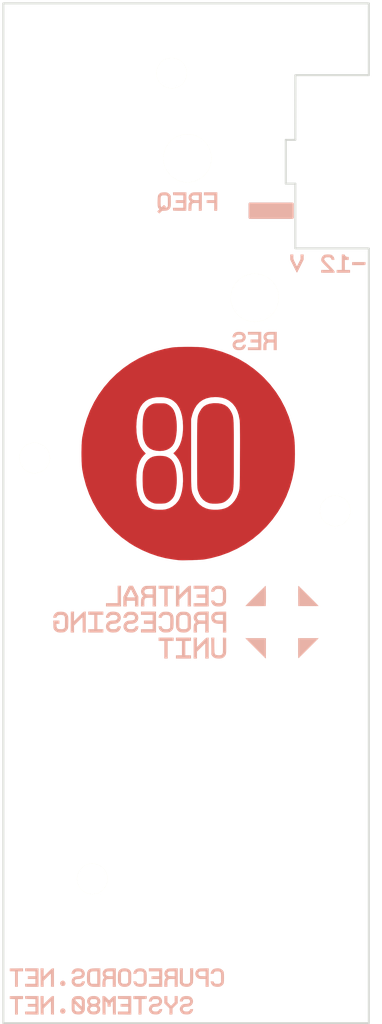
<source format=kicad_pcb>
(kicad_pcb (version 4) (host pcbnew 4.0.2-stable)

  (general
    (links 0)
    (no_connects 0)
    (area 103.799999 16.049999 142.000001 122.250001)
    (thickness 1.6)
    (drawings 56)
    (tracks 0)
    (zones 0)
    (modules 8)
    (nets 1)
  )

  (page B)
  (layers
    (0 F.Cu signal)
    (31 B.Cu signal)
    (32 B.Adhes user)
    (33 F.Adhes user)
    (34 B.Paste user)
    (35 F.Paste user)
    (36 B.SilkS user)
    (37 F.SilkS user)
    (38 B.Mask user)
    (39 F.Mask user)
    (40 Dwgs.User user)
    (41 Cmts.User user)
    (42 Eco1.User user)
    (43 Eco2.User user)
    (44 Edge.Cuts user)
    (45 Margin user)
    (46 B.CrtYd user)
    (47 F.CrtYd user)
    (48 B.Fab user)
    (49 F.Fab user)
  )

  (setup
    (last_trace_width 0.25)
    (user_trace_width 0.25)
    (user_trace_width 0.35)
    (user_trace_width 0.8)
    (user_trace_width 1)
    (user_trace_width 0.25)
    (user_trace_width 0.35)
    (user_trace_width 0.5)
    (user_trace_width 0.8)
    (user_trace_width 1)
    (user_trace_width 1.5)
    (user_trace_width 0.25)
    (user_trace_width 0.35)
    (user_trace_width 0.5)
    (user_trace_width 0.8)
    (user_trace_width 1)
    (user_trace_width 1.5)
    (user_trace_width 0.25)
    (user_trace_width 0.35)
    (user_trace_width 0.5)
    (user_trace_width 0.8)
    (user_trace_width 1)
    (user_trace_width 1.5)
    (user_trace_width 0.25)
    (user_trace_width 0.35)
    (user_trace_width 0.5)
    (user_trace_width 0.8)
    (user_trace_width 1)
    (user_trace_width 1.5)
    (user_trace_width 0.25)
    (user_trace_width 0.35)
    (user_trace_width 0.5)
    (user_trace_width 0.8)
    (user_trace_width 1)
    (user_trace_width 1.5)
    (user_trace_width 0.25)
    (user_trace_width 0.35)
    (user_trace_width 0.5)
    (user_trace_width 0.8)
    (user_trace_width 1)
    (user_trace_width 1.5)
    (user_trace_width 0.25)
    (user_trace_width 0.35)
    (user_trace_width 0.5)
    (user_trace_width 0.8)
    (user_trace_width 1)
    (user_trace_width 1.5)
    (user_trace_width 0.25)
    (user_trace_width 0.35)
    (user_trace_width 0.5)
    (user_trace_width 0.8)
    (user_trace_width 1)
    (user_trace_width 1.5)
    (user_trace_width 0.25)
    (user_trace_width 0.35)
    (user_trace_width 0.5)
    (user_trace_width 0.8)
    (user_trace_width 1)
    (user_trace_width 1.5)
    (user_trace_width 0.25)
    (user_trace_width 0.35)
    (user_trace_width 0.5)
    (user_trace_width 0.8)
    (user_trace_width 1)
    (user_trace_width 1.5)
    (user_trace_width 0.25)
    (user_trace_width 0.35)
    (user_trace_width 0.5)
    (user_trace_width 0.8)
    (user_trace_width 1)
    (user_trace_width 1.5)
    (user_trace_width 0.25)
    (user_trace_width 0.35)
    (user_trace_width 0.5)
    (user_trace_width 0.8)
    (user_trace_width 1)
    (user_trace_width 1.5)
    (user_trace_width 0.25)
    (user_trace_width 0.35)
    (user_trace_width 0.5)
    (user_trace_width 0.8)
    (user_trace_width 1)
    (user_trace_width 1.5)
    (user_trace_width 0.25)
    (user_trace_width 0.35)
    (user_trace_width 0.5)
    (user_trace_width 0.8)
    (user_trace_width 1)
    (user_trace_width 1.5)
    (user_trace_width 0.25)
    (user_trace_width 0.35)
    (user_trace_width 0.5)
    (user_trace_width 0.8)
    (user_trace_width 1)
    (user_trace_width 1.5)
    (user_trace_width 0.25)
    (user_trace_width 0.35)
    (user_trace_width 0.5)
    (user_trace_width 0.8)
    (user_trace_width 1)
    (user_trace_width 1.5)
    (user_trace_width 0.25)
    (user_trace_width 0.35)
    (user_trace_width 0.5)
    (user_trace_width 0.8)
    (user_trace_width 1)
    (user_trace_width 1.5)
    (user_trace_width 0.25)
    (user_trace_width 0.35)
    (user_trace_width 0.5)
    (user_trace_width 0.8)
    (user_trace_width 1)
    (user_trace_width 1.5)
    (user_trace_width 0.25)
    (user_trace_width 0.35)
    (user_trace_width 0.5)
    (user_trace_width 0.8)
    (user_trace_width 1)
    (user_trace_width 1.5)
    (user_trace_width 0.25)
    (user_trace_width 0.35)
    (user_trace_width 0.5)
    (user_trace_width 0.8)
    (user_trace_width 1)
    (user_trace_width 1.5)
    (user_trace_width 0.25)
    (user_trace_width 0.35)
    (user_trace_width 0.5)
    (user_trace_width 0.8)
    (user_trace_width 1)
    (user_trace_width 1.5)
    (trace_clearance 0.2)
    (zone_clearance 0.254)
    (zone_45_only yes)
    (trace_min 0.2)
    (segment_width 0.2)
    (edge_width 0.2)
    (via_size 0.8)
    (via_drill 0.4)
    (via_min_size 0.4)
    (via_min_drill 0.3)
    (blind_buried_vias_allowed yes)
    (uvia_size 0.3)
    (uvia_drill 0.1)
    (uvias_allowed no)
    (uvia_min_size 0.2)
    (uvia_min_drill 0.1)
    (pcb_text_width 0.3)
    (pcb_text_size 1.5 1.5)
    (mod_edge_width 0.15)
    (mod_text_size 1 1)
    (mod_text_width 0.15)
    (pad_size 5.5 5.5)
    (pad_drill 5.5)
    (pad_to_mask_clearance 0)
    (pad_to_paste_clearance -0.05)
    (aux_axis_origin 0 0)
    (grid_origin 176.4 61.15)
    (visible_elements 7FFEA67F)
    (pcbplotparams
      (layerselection 0x01100_00000000)
      (usegerberextensions false)
      (excludeedgelayer false)
      (linewidth 0.100000)
      (plotframeref false)
      (viasonmask false)
      (mode 1)
      (useauxorigin false)
      (hpglpennumber 1)
      (hpglpenspeed 20)
      (hpglpendiameter 15)
      (hpglpenoverlay 2)
      (psnegative false)
      (psa4output false)
      (plotreference false)
      (plotvalue false)
      (plotinvisibletext false)
      (padsonsilk false)
      (subtractmaskfromsilk false)
      (outputformat 4)
      (mirror false)
      (drillshape 0)
      (scaleselection 1)
      (outputdirectory Gerbers/Back_panel/))
  )

  (net 0 "")

  (net_class Default "This is the default net class."
    (clearance 0.2)
    (trace_width 0.25)
    (via_dia 0.8)
    (via_drill 0.4)
    (uvia_dia 0.3)
    (uvia_drill 0.1)
  )

  (net_class POWER ""
    (clearance 0.25)
    (trace_width 0.35)
    (via_dia 0.9)
    (via_drill 0.45)
    (uvia_dia 0.3)
    (uvia_drill 0.1)
  )

  (module MyModules:SNAP_HOLE_0.125_INCH (layer F.Cu) (tedit 5CF5DA85) (tstamp 5CF5E836)
    (at 130.04 46.75)
    (fp_text reference SNAP-HOLE-0.125-INCH (at 0 -5) (layer F.SilkS) hide
      (effects (font (size 1.5 1.5) (thickness 0.15)))
    )
    (fp_text value VAL** (at 0 5) (layer F.SilkS) hide
      (effects (font (size 1.5 1.5) (thickness 0.15)))
    )
    (pad "" np_thru_hole circle (at 0 0) (size 5 5) (drill 5) (layers *.Cu *.Mask F.SilkS)
      (clearance 0.3175))
  )

  (module MyModules:SNAP_HOLE_0.125_INCH (layer F.Cu) (tedit 5CF5DA85) (tstamp 5CF5E823)
    (at 123.04 32.25)
    (fp_text reference SNAP-HOLE-0.125-INCH (at 0 -5) (layer F.SilkS) hide
      (effects (font (size 1.5 1.5) (thickness 0.15)))
    )
    (fp_text value VAL** (at 0 5) (layer F.SilkS) hide
      (effects (font (size 1.5 1.5) (thickness 0.15)))
    )
    (pad "" np_thru_hole circle (at 0 0) (size 5 5) (drill 5) (layers *.Cu *.Mask F.SilkS)
      (clearance 0.3175))
  )

  (module MyModules:SNAP_HOLE_0.125_INCH (layer F.Cu) (tedit 56C0A971) (tstamp 5CF5E81E)
    (at 113.15 107.15)
    (fp_text reference SNAP-HOLE-0.125-INCH (at 0 -5) (layer F.SilkS) hide
      (effects (font (size 1.5 1.5) (thickness 0.15)))
    )
    (fp_text value VAL** (at 0 5) (layer F.SilkS) hide
      (effects (font (size 1.5 1.5) (thickness 0.15)))
    )
    (pad "" np_thru_hole circle (at 0 0) (size 3.175 3.175) (drill 3.175) (layers *.Cu *.Mask F.SilkS)
      (clearance 0.3175))
  )

  (module MyModules:SNAP_HOLE_0.125_INCH (layer F.Cu) (tedit 56C0A971) (tstamp 5CF5E81A)
    (at 138.4 68.9)
    (fp_text reference SNAP-HOLE-0.125-INCH (at 0 -5) (layer F.SilkS) hide
      (effects (font (size 1.5 1.5) (thickness 0.15)))
    )
    (fp_text value VAL** (at 0 5) (layer F.SilkS) hide
      (effects (font (size 1.5 1.5) (thickness 0.15)))
    )
    (pad "" np_thru_hole circle (at 0 0) (size 3.175 3.175) (drill 3.175) (layers *.Cu *.Mask F.SilkS)
      (clearance 0.3175))
  )

  (module MyModules:SNAP_HOLE_0.125_INCH (layer F.Cu) (tedit 56C0A971) (tstamp 5CF5E816)
    (at 107.15 63.4)
    (fp_text reference SNAP-HOLE-0.125-INCH (at 0 -5) (layer F.SilkS) hide
      (effects (font (size 1.5 1.5) (thickness 0.15)))
    )
    (fp_text value VAL** (at 0 5) (layer F.SilkS) hide
      (effects (font (size 1.5 1.5) (thickness 0.15)))
    )
    (pad "" np_thru_hole circle (at 0 0) (size 3.175 3.175) (drill 3.175) (layers *.Cu *.Mask F.SilkS)
      (clearance 0.3175))
  )

  (module MyModules:SNAP_HOLE_0.125_INCH (layer F.Cu) (tedit 56C0A971) (tstamp 5CF5E7C8)
    (at 121.4 23.4)
    (fp_text reference SNAP-HOLE-0.125-INCH (at 0 -5) (layer F.SilkS) hide
      (effects (font (size 1.5 1.5) (thickness 0.15)))
    )
    (fp_text value VAL** (at 0 5) (layer F.SilkS) hide
      (effects (font (size 1.5 1.5) (thickness 0.15)))
    )
    (pad "" np_thru_hole circle (at 0 0) (size 3.175 3.175) (drill 3.175) (layers *.Cu *.Mask F.SilkS)
      (clearance 0.3175))
  )

  (module Logos:860_CPU_backplane (layer B.Cu) (tedit 0) (tstamp 5CF7F10C)
    (at 122.9 69.15 180)
    (fp_text reference G*** (at 0 0 180) (layer B.SilkS) hide
      (effects (font (thickness 0.3)) (justify mirror))
    )
    (fp_text value LOGO (at 0.75 0 180) (layer B.SilkS) hide
      (effects (font (thickness 0.3)) (justify mirror))
    )
    (fp_poly (pts (xy 0.102026 -50.18454) (xy 0.256027 -50.207859) (xy 0.378046 -50.257014) (xy 0.478569 -50.335147)
      (xy 0.505145 -50.363616) (xy 0.572438 -50.463341) (xy 0.623894 -50.581795) (xy 0.6483 -50.692104)
      (xy 0.648954 -50.708278) (xy 0.623954 -50.731332) (xy 0.547106 -50.742366) (xy 0.493889 -50.743555)
      (xy 0.404317 -50.741177) (xy 0.357654 -50.730709) (xy 0.340449 -50.707147) (xy 0.338667 -50.685828)
      (xy 0.319531 -50.62696) (xy 0.2731 -50.562617) (xy 0.269394 -50.558828) (xy 0.230087 -50.524783)
      (xy 0.186003 -50.504124) (xy 0.122405 -50.493577) (xy 0.024558 -50.489868) (xy -0.042398 -50.489555)
      (xy -0.161926 -50.490841) (xy -0.239674 -50.497036) (xy -0.29029 -50.511651) (xy -0.328422 -50.538194)
      (xy -0.354125 -50.564232) (xy -0.411312 -50.66418) (xy -0.420039 -50.777481) (xy -0.392839 -50.860689)
      (xy -0.325982 -50.927144) (xy -0.209858 -50.972251) (xy -0.047876 -50.99494) (xy 0.042828 -50.997555)
      (xy 0.177251 -51.003605) (xy 0.283499 -51.020267) (xy 0.333013 -51.037369) (xy 0.454423 -51.127047)
      (xy 0.554798 -51.250666) (xy 0.623303 -51.391213) (xy 0.649105 -51.531673) (xy 0.649111 -51.533778)
      (xy 0.62403 -51.674283) (xy 0.555988 -51.815041) (xy 0.455786 -51.939109) (xy 0.334225 -52.029545)
      (xy 0.332454 -52.030475) (xy 0.263542 -52.052175) (xy 0.157341 -52.070259) (xy 0.032976 -52.082989)
      (xy -0.09043 -52.088627) (xy -0.19375 -52.085437) (xy -0.225778 -52.08119) (xy -0.33404 -52.058876)
      (xy -0.407611 -52.034239) (xy -0.46782 -51.998044) (xy -0.523035 -51.952514) (xy -0.63158 -51.834224)
      (xy -0.695821 -51.702384) (xy -0.71493 -51.6255) (xy -0.732367 -51.533778) (xy -0.57785 -51.533778)
      (xy -0.48561 -51.537287) (xy -0.437975 -51.550028) (xy -0.423415 -51.575323) (xy -0.423333 -51.578282)
      (xy -0.404543 -51.625267) (xy -0.357756 -51.687416) (xy -0.340838 -51.705282) (xy -0.29366 -51.747923)
      (xy -0.247072 -51.772651) (xy -0.183876 -51.784288) (xy -0.086871 -51.787657) (xy -0.04667 -51.787778)
      (xy 0.067652 -51.785432) (xy 0.14349 -51.775478) (xy 0.198715 -51.753542) (xy 0.251194 -51.715252)
      (xy 0.251835 -51.714713) (xy 0.321965 -51.624361) (xy 0.342411 -51.521889) (xy 0.312629 -51.420889)
      (xy 0.265911 -51.362308) (xy 0.225275 -51.329854) (xy 0.177143 -51.308184) (xy 0.108053 -51.294112)
      (xy 0.004544 -51.284451) (xy -0.085336 -51.279144) (xy -0.218374 -51.270577) (xy -0.310682 -51.25907)
      (xy -0.377966 -51.24072) (xy -0.435932 -51.211624) (xy -0.48279 -51.180366) (xy -0.604125 -51.063686)
      (xy -0.681702 -50.923152) (xy -0.715602 -50.769472) (xy -0.705906 -50.613352) (xy -0.652693 -50.4655)
      (xy -0.556043 -50.336624) (xy -0.475983 -50.272027) (xy -0.412366 -50.234495) (xy -0.347938 -50.210283)
      (xy -0.266249 -50.195592) (xy -0.150848 -50.186625) (xy -0.094441 -50.183915) (xy 0.102026 -50.18454)) (layer B.SilkS) (width 0.01))
    (fp_poly (pts (xy 1.185333 -50.815625) (xy 1.376566 -51.005392) (xy 1.567799 -51.19516) (xy 1.947333 -50.812694)
      (xy 1.947333 -50.179111) (xy 2.257778 -50.179111) (xy 2.257778 -50.928115) (xy 1.721556 -51.462107)
      (xy 1.721556 -52.098222) (xy 1.585148 -52.098222) (xy 1.501543 -52.094622) (xy 1.443319 -52.085476)
      (xy 1.429926 -52.079407) (xy 1.422187 -52.045024) (xy 1.415993 -51.966796) (xy 1.412089 -51.857319)
      (xy 1.411111 -51.76135) (xy 1.411111 -51.462107) (xy 0.874889 -50.928115) (xy 0.874889 -50.179111)
      (xy 1.185333 -50.179111) (xy 1.185333 -50.815625)) (layer B.SilkS) (width 0.01))
    (fp_poly (pts (xy 3.372596 -50.184314) (xy 3.442516 -50.195316) (xy 3.503075 -50.216581) (xy 3.556 -50.242843)
      (xy 3.683536 -50.337207) (xy 3.784869 -50.46355) (xy 3.846697 -50.604253) (xy 3.854096 -50.637722)
      (xy 3.872726 -50.743555) (xy 3.714363 -50.743555) (xy 3.623689 -50.741272) (xy 3.576041 -50.731181)
      (xy 3.558079 -50.708418) (xy 3.556 -50.685828) (xy 3.536865 -50.62696) (xy 3.490434 -50.562617)
      (xy 3.486727 -50.558828) (xy 3.447414 -50.524779) (xy 3.403322 -50.504119) (xy 3.33971 -50.493574)
      (xy 3.241841 -50.489867) (xy 3.175 -50.489555) (xy 3.054323 -50.491059) (xy 2.975319 -50.497754)
      (xy 2.923248 -50.512916) (xy 2.883373 -50.53982) (xy 2.863273 -50.558828) (xy 2.807177 -50.651804)
      (xy 2.795144 -50.762468) (xy 2.824494 -50.860689) (xy 2.891351 -50.927144) (xy 3.007475 -50.972251)
      (xy 3.169457 -50.99494) (xy 3.260162 -50.997555) (xy 3.399924 -51.00406) (xy 3.508216 -51.022177)
      (xy 3.553212 -51.038447) (xy 3.675647 -51.130393) (xy 3.775712 -51.259997) (xy 3.842788 -51.409711)
      (xy 3.866287 -51.555851) (xy 3.842832 -51.677019) (xy 3.779435 -51.805042) (xy 3.687373 -51.923055)
      (xy 3.57792 -52.014188) (xy 3.548584 -52.031097) (xy 3.482154 -52.051789) (xy 3.378197 -52.069542)
      (xy 3.255613 -52.082684) (xy 3.133306 -52.089545) (xy 3.030178 -52.088455) (xy 2.977445 -52.081576)
      (xy 2.90127 -52.063879) (xy 2.858018 -52.054382) (xy 2.787126 -52.021478) (xy 2.70217 -51.957929)
      (xy 2.621201 -51.879502) (xy 2.562273 -51.801967) (xy 2.556069 -51.790644) (xy 2.522329 -51.707608)
      (xy 2.498823 -51.6255) (xy 2.479071 -51.533778) (xy 2.636535 -51.533778) (xy 2.729783 -51.537167)
      (xy 2.778379 -51.549504) (xy 2.793827 -51.57404) (xy 2.794 -51.578282) (xy 2.81279 -51.625267)
      (xy 2.859578 -51.687416) (xy 2.876496 -51.705282) (xy 2.923673 -51.747923) (xy 2.970261 -51.772651)
      (xy 3.033457 -51.784288) (xy 3.130462 -51.787657) (xy 3.170664 -51.787778) (xy 3.284985 -51.785432)
      (xy 3.360824 -51.775478) (xy 3.416048 -51.753542) (xy 3.468527 -51.715252) (xy 3.469168 -51.714713)
      (xy 3.539402 -51.624591) (xy 3.556604 -51.522573) (xy 3.520297 -51.417354) (xy 3.487928 -51.373074)
      (xy 3.453207 -51.3367) (xy 3.415549 -51.312687) (xy 3.361978 -51.297565) (xy 3.279517 -51.287865)
      (xy 3.155191 -51.280116) (xy 3.13668 -51.279144) (xy 3.002709 -51.270723) (xy 2.909725 -51.259553)
      (xy 2.842281 -51.241838) (xy 2.78493 -51.213785) (xy 2.734543 -51.180366) (xy 2.61058 -51.061744)
      (xy 2.532082 -50.920027) (xy 2.499041 -50.765555) (xy 2.511447 -50.608672) (xy 2.569292 -50.459717)
      (xy 2.672566 -50.329033) (xy 2.735343 -50.277889) (xy 2.794551 -50.238898) (xy 2.849405 -50.213531)
      (xy 2.915034 -50.198302) (xy 3.006568 -50.189727) (xy 3.139138 -50.184323) (xy 3.142052 -50.184232)
      (xy 3.27766 -50.181358) (xy 3.372596 -50.184314)) (layer B.SilkS) (width 0.01))
    (fp_poly (pts (xy 5.475111 -50.489555) (xy 4.938889 -50.489555) (xy 4.938889 -52.098222) (xy 4.802482 -52.098222)
      (xy 4.718876 -52.094622) (xy 4.660653 -52.085476) (xy 4.647259 -52.079407) (xy 4.642358 -52.047337)
      (xy 4.637932 -51.96622) (xy 4.634156 -51.843455) (xy 4.631201 -51.686439) (xy 4.629243 -51.50257)
      (xy 4.628453 -51.299244) (xy 4.628445 -51.276133) (xy 4.628445 -50.491674) (xy 4.106333 -50.475444)
      (xy 4.097803 -50.327278) (xy 4.089273 -50.179111) (xy 5.475111 -50.179111) (xy 5.475111 -50.489555)) (layer B.SilkS) (width 0.01))
    (fp_poly (pts (xy 7.078197 -50.327278) (xy 7.069667 -50.475444) (xy 6.5405 -50.483123) (xy 6.011333 -50.490801)
      (xy 6.011333 -50.997555) (xy 6.801556 -50.997555) (xy 6.801556 -51.279778) (xy 6.011333 -51.279778)
      (xy 6.011333 -51.787778) (xy 7.086728 -51.787778) (xy 7.078197 -51.935944) (xy 7.069667 -52.084111)
      (xy 6.385278 -52.091668) (xy 5.700889 -52.099226) (xy 5.700889 -50.179111) (xy 7.086728 -50.179111)
      (xy 7.078197 -50.327278)) (layer B.SilkS) (width 0.01))
    (fp_poly (pts (xy 7.485377 -50.1817) (xy 7.532368 -50.194153) (xy 7.581874 -50.223494) (xy 7.64463 -50.276749)
      (xy 7.731374 -50.360944) (xy 7.775258 -50.404925) (xy 7.999748 -50.630739) (xy 8.226741 -50.404925)
      (xy 8.327099 -50.306503) (xy 8.398958 -50.241713) (xy 8.453024 -50.203583) (xy 8.500004 -50.185138)
      (xy 8.550606 -50.179406) (xy 8.573465 -50.179111) (xy 8.693195 -50.179111) (xy 8.678333 -52.084111)
      (xy 8.530167 -52.092641) (xy 8.382 -52.101172) (xy 8.382 -50.703878) (xy 8.269111 -50.814111)
      (xy 8.207003 -50.878363) (xy 8.173212 -50.931186) (xy 8.15915 -50.994483) (xy 8.156232 -51.090156)
      (xy 8.156222 -51.102061) (xy 8.156222 -51.279778) (xy 7.845778 -51.279778) (xy 7.845778 -51.102061)
      (xy 7.84348 -51.002023) (xy 7.830887 -50.936527) (xy 7.799445 -50.883696) (xy 7.740603 -50.821657)
      (xy 7.733403 -50.814612) (xy 7.621027 -50.704881) (xy 7.605889 -52.084111) (xy 7.457722 -52.092641)
      (xy 7.309556 -52.101172) (xy 7.309556 -50.179111) (xy 7.430162 -50.179111) (xy 7.485377 -50.1817)) (layer B.SilkS) (width 0.01))
    (fp_poly (pts (xy 9.836842 -50.195638) (xy 9.963547 -50.230018) (xy 9.982524 -50.238444) (xy 10.116802 -50.330658)
      (xy 10.214185 -50.452933) (xy 10.27224 -50.594345) (xy 10.288535 -50.743969) (xy 10.260637 -50.890879)
      (xy 10.186113 -51.02415) (xy 10.163326 -51.05044) (xy 10.113937 -51.106052) (xy 10.09998 -51.139109)
      (xy 10.118087 -51.168047) (xy 10.138392 -51.186986) (xy 10.228706 -51.304492) (xy 10.279657 -51.449219)
      (xy 10.286399 -51.603729) (xy 10.273425 -51.672898) (xy 10.217802 -51.797239) (xy 10.127079 -51.917261)
      (xy 10.019336 -52.01049) (xy 9.986117 -52.030019) (xy 9.909858 -52.054116) (xy 9.79586 -52.072568)
      (xy 9.662662 -52.084064) (xy 9.528801 -52.087293) (xy 9.412816 -52.080944) (xy 9.367423 -52.073789)
      (xy 9.250846 -52.033854) (xy 9.137424 -51.970239) (xy 9.048889 -51.896172) (xy 9.024199 -51.864892)
      (xy 8.951807 -51.71072) (xy 8.926306 -51.551032) (xy 8.929311 -51.529231) (xy 9.229564 -51.529231)
      (xy 9.245289 -51.636334) (xy 9.294068 -51.711817) (xy 9.381547 -51.759418) (xy 9.513369 -51.782871)
      (xy 9.618893 -51.786919) (xy 9.728669 -51.78552) (xy 9.799593 -51.776899) (xy 9.849211 -51.756105)
      (xy 9.895068 -51.718187) (xy 9.908171 -51.705282) (xy 9.975008 -51.611271) (xy 9.990667 -51.533778)
      (xy 9.965481 -51.436479) (xy 9.908171 -51.362273) (xy 9.860993 -51.319632) (xy 9.814406 -51.294905)
      (xy 9.751209 -51.283268) (xy 9.654205 -51.279898) (xy 9.614003 -51.279778) (xy 9.499682 -51.282124)
      (xy 9.423843 -51.292077) (xy 9.368619 -51.314013) (xy 9.316139 -51.352303) (xy 9.315499 -51.352842)
      (xy 9.253782 -51.419111) (xy 9.230896 -51.492357) (xy 9.229564 -51.529231) (xy 8.929311 -51.529231)
      (xy 8.947459 -51.397617) (xy 9.015028 -51.262263) (xy 9.036907 -51.235155) (xy 9.123553 -51.13647)
      (xy 9.064568 -51.073683) (xy 9.003631 -50.988008) (xy 8.952377 -50.880346) (xy 8.922125 -50.776735)
      (xy 8.920765 -50.762443) (xy 9.2298 -50.762443) (xy 9.259111 -50.860596) (xy 9.322109 -50.92412)
      (xy 9.42389 -50.969159) (xy 9.549077 -50.993119) (xy 9.68229 -50.993406) (xy 9.808152 -50.967423)
      (xy 9.834079 -50.957611) (xy 9.930433 -50.891561) (xy 9.983107 -50.800155) (xy 9.989174 -50.696581)
      (xy 9.945703 -50.594027) (xy 9.921459 -50.564232) (xy 9.883514 -50.527794) (xy 9.842845 -50.505622)
      (xy 9.784803 -50.494206) (xy 9.694741 -50.490039) (xy 9.609731 -50.489555) (xy 9.489038 -50.491058)
      (xy 9.410021 -50.497749) (xy 9.357944 -50.512903) (xy 9.318071 -50.539792) (xy 9.297939 -50.558828)
      (xy 9.241851 -50.651794) (xy 9.2298 -50.762443) (xy 8.920765 -50.762443) (xy 8.91838 -50.737406)
      (xy 8.945238 -50.57234) (xy 9.019416 -50.422035) (xy 9.132551 -50.299567) (xy 9.24161 -50.232159)
      (xy 9.36259 -50.196575) (xy 9.515819 -50.178743) (xy 9.680751 -50.178489) (xy 9.836842 -50.195638)) (layer B.SilkS) (width 0.01))
    (fp_poly (pts (xy 11.249462 -50.184861) (xy 11.384811 -50.190867) (xy 11.479045 -50.200381) (xy 11.547496 -50.216707)
      (xy 11.605492 -50.24315) (xy 11.651071 -50.271424) (xy 11.737859 -50.345917) (xy 11.813776 -50.438814)
      (xy 11.831609 -50.46842) (xy 11.854321 -50.514323) (xy 11.870935 -50.560727) (xy 11.882398 -50.617117)
      (xy 11.889657 -50.692975) (xy 11.893657 -50.797783) (xy 11.895344 -50.941024) (xy 11.895667 -51.110444)
      (xy 11.894525 -51.281781) (xy 11.891353 -51.438168) (xy 11.886533 -51.569006) (xy 11.880446 -51.663698)
      (xy 11.874092 -51.709649) (xy 11.83126 -51.797129) (xy 11.756878 -51.893767) (xy 11.667994 -51.98001)
      (xy 11.594783 -52.030019) (xy 11.526864 -52.051232) (xy 11.421551 -52.069383) (xy 11.297879 -52.082764)
      (xy 11.174883 -52.089664) (xy 11.071598 -52.088374) (xy 11.020778 -52.081576) (xy 10.945046 -52.063964)
      (xy 10.900122 -52.054074) (xy 10.819636 -52.016105) (xy 10.729723 -51.942647) (xy 10.645556 -51.849011)
      (xy 10.582306 -51.75051) (xy 10.568574 -51.719453) (xy 10.555478 -51.677742) (xy 10.879667 -51.677742)
      (xy 10.946293 -51.73276) (xy 10.996256 -51.763233) (xy 11.064122 -51.780339) (xy 11.165625 -51.7872)
      (xy 11.223631 -51.787778) (xy 11.334562 -51.785986) (xy 11.406354 -51.777371) (xy 11.456278 -51.757075)
      (xy 11.501604 -51.720236) (xy 11.516838 -51.705282) (xy 11.551836 -51.668484) (xy 11.575201 -51.633383)
      (xy 11.589283 -51.588125) (xy 11.596433 -51.520856) (xy 11.599 -51.419722) (xy 11.599333 -51.289142)
      (xy 11.599333 -50.955499) (xy 11.2395 -51.316621) (xy 10.879667 -51.677742) (xy 10.555478 -51.677742)
      (xy 10.551659 -51.665581) (xy 10.539797 -51.600513) (xy 10.532457 -51.514942) (xy 10.529106 -51.399566)
      (xy 10.529211 -51.245079) (xy 10.531647 -51.074479) (xy 10.533675 -50.960856) (xy 10.837333 -50.960856)
      (xy 10.837333 -51.293612) (xy 11.197167 -50.93257) (xy 11.32464 -50.804122) (xy 11.41652 -50.709337)
      (xy 11.477365 -50.642206) (xy 11.511736 -50.596723) (xy 11.52419 -50.566878) (xy 11.519287 -50.546663)
      (xy 11.502217 -50.530541) (xy 11.440052 -50.505961) (xy 11.331501 -50.492623) (xy 11.211656 -50.489555)
      (xy 11.092658 -50.491172) (xy 11.014993 -50.498302) (xy 10.963588 -50.51437) (xy 10.92337 -50.542797)
      (xy 10.906606 -50.558828) (xy 10.877015 -50.591656) (xy 10.857314 -50.627481) (xy 10.8455 -50.677918)
      (xy 10.839572 -50.754587) (xy 10.837528 -50.869105) (xy 10.837333 -50.960856) (xy 10.533675 -50.960856)
      (xy 10.541 -50.550686) (xy 10.626044 -50.428398) (xy 10.713267 -50.33095) (xy 10.818596 -50.251334)
      (xy 10.837711 -50.240746) (xy 10.90299 -50.210384) (xy 10.96589 -50.19193) (xy 11.042224 -50.18324)
      (xy 11.147801 -50.182167) (xy 11.249462 -50.184861)) (layer B.SilkS) (width 0.01))
    (fp_poly (pts (xy 13.887033 -50.181509) (xy 13.92382 -50.192029) (xy 13.966303 -50.215655) (xy 14.020699 -50.257375)
      (xy 14.093226 -50.322173) (xy 14.190101 -50.415037) (xy 14.31754 -50.540953) (xy 14.385947 -50.609158)
      (xy 14.816667 -51.039206) (xy 14.816667 -50.179111) (xy 15.127862 -50.179111) (xy 15.113 -52.084111)
      (xy 14.964833 -52.092641) (xy 14.816667 -52.101172) (xy 14.816667 -51.462438) (xy 14.436182 -51.082737)
      (xy 14.055698 -50.703036) (xy 14.048127 -51.393573) (xy 14.040556 -52.084111) (xy 13.892389 -52.092641)
      (xy 13.744222 -52.101172) (xy 13.744222 -50.179111) (xy 13.849725 -50.179111) (xy 13.887033 -50.181509)) (layer B.SilkS) (width 0.01))
    (fp_poly (pts (xy 16.730197 -50.327278) (xy 16.721667 -50.475444) (xy 16.1925 -50.483123) (xy 15.663333 -50.490801)
      (xy 15.663333 -50.997555) (xy 16.453556 -50.997555) (xy 16.453556 -51.279778) (xy 15.663333 -51.279778)
      (xy 15.663333 -51.787778) (xy 16.738728 -51.787778) (xy 16.730197 -51.935944) (xy 16.721667 -52.084111)
      (xy 16.037278 -52.091668) (xy 15.352889 -52.099226) (xy 15.352889 -50.179111) (xy 16.738728 -50.179111)
      (xy 16.730197 -50.327278)) (layer B.SilkS) (width 0.01))
    (fp_poly (pts (xy 17.645945 -50.185665) (xy 18.330333 -50.193222) (xy 18.330333 -50.475444) (xy 18.055167 -50.483522)
      (xy 17.78 -50.491599) (xy 17.78 -52.098222) (xy 17.497778 -52.098222) (xy 17.497778 -50.489555)
      (xy 16.961556 -50.489555) (xy 16.961556 -50.178107) (xy 17.645945 -50.185665)) (layer B.SilkS) (width 0.01))
    (fp_poly (pts (xy 12.952317 -51.495685) (xy 13.028081 -51.558045) (xy 13.076975 -51.648178) (xy 13.088222 -51.763728)
      (xy 13.08318 -51.800195) (xy 13.038223 -51.90428) (xy 12.956307 -51.976064) (xy 12.850265 -52.009825)
      (xy 12.732933 -51.999843) (xy 12.680317 -51.979772) (xy 12.612999 -51.920624) (xy 12.563743 -51.829483)
      (xy 12.543266 -51.730325) (xy 12.547672 -51.683028) (xy 12.59612 -51.571147) (xy 12.671586 -51.49883)
      (xy 12.763293 -51.46372) (xy 12.860462 -51.463457) (xy 12.952317 -51.495685)) (layer B.SilkS) (width 0.01))
    (fp_poly (pts (xy -3.130988 -47.308605) (xy -2.988563 -47.330894) (xy -2.87479 -47.365168) (xy -2.839901 -47.382906)
      (xy -2.723722 -47.481216) (xy -2.632488 -47.609327) (xy -2.580338 -47.746805) (xy -2.577508 -47.762155)
      (xy -2.560837 -47.864889) (xy -2.719752 -47.864889) (xy -2.810619 -47.862622) (xy -2.858439 -47.852594)
      (xy -2.876533 -47.829967) (xy -2.878667 -47.807161) (xy -2.897802 -47.748293) (xy -2.944233 -47.68395)
      (xy -2.947939 -47.680161) (xy -2.987631 -47.645866) (xy -3.032227 -47.62517) (xy -3.096654 -47.614715)
      (xy -3.195838 -47.611144) (xy -3.255875 -47.610889) (xy -3.372995 -47.61189) (xy -3.448496 -47.617647)
      (xy -3.497198 -47.632288) (xy -3.533923 -47.65994) (xy -3.567602 -47.697721) (xy -3.594221 -47.730964)
      (xy -3.613434 -47.763908) (xy -3.626449 -47.805912) (xy -3.634474 -47.866335) (xy -3.638713 -47.954535)
      (xy -3.640375 -48.07987) (xy -3.640666 -48.2517) (xy -3.640667 -48.264336) (xy -3.640667 -48.744119)
      (xy -3.558171 -48.826615) (xy -3.513134 -48.86776) (xy -3.469027 -48.892336) (xy -3.409835 -48.904582)
      (xy -3.31954 -48.908738) (xy -3.246444 -48.909111) (xy -3.12909 -48.907372) (xy -3.052713 -48.899771)
      (xy -3.001893 -48.882727) (xy -2.961207 -48.852663) (xy -2.947939 -48.839838) (xy -2.90026 -48.776212)
      (xy -2.878765 -48.716025) (xy -2.878667 -48.712838) (xy -2.872403 -48.679785) (xy -2.84472 -48.662416)
      (xy -2.782275 -48.655869) (xy -2.720304 -48.655111) (xy -2.56194 -48.655111) (xy -2.580571 -48.760944)
      (xy -2.629256 -48.898268) (xy -2.71763 -49.026941) (xy -2.830293 -49.126026) (xy -2.86313 -49.145119)
      (xy -2.969709 -49.181558) (xy -3.111127 -49.205072) (xy -3.26705 -49.214658) (xy -3.417144 -49.20931)
      (xy -3.541076 -49.188025) (xy -3.566237 -49.179856) (xy -3.703233 -49.103575) (xy -3.824642 -48.989359)
      (xy -3.890131 -48.895) (xy -3.909473 -48.829803) (xy -3.924342 -48.719873) (xy -3.934749 -48.576742)
      (xy -3.940703 -48.411944) (xy -3.942213 -48.237012) (xy -3.93929 -48.063478) (xy -3.931943 -47.902876)
      (xy -3.920182 -47.766738) (xy -3.904017 -47.666597) (xy -3.889053 -47.622134) (xy -3.80427 -47.508921)
      (xy -3.68847 -47.407515) (xy -3.564125 -47.336879) (xy -3.540966 -47.328362) (xy -3.426109 -47.305867)
      (xy -3.283143 -47.299772) (xy -3.130988 -47.308605)) (layer B.SilkS) (width 0.01))
    (fp_poly (pts (xy -1.8415 -47.305214) (xy -1.660118 -47.309033) (xy -1.52563 -47.313529) (xy -1.428486 -47.319899)
      (xy -1.359139 -47.329342) (xy -1.308039 -47.343054) (xy -1.265638 -47.362232) (xy -1.232822 -47.381531)
      (xy -1.101659 -47.492437) (xy -1.014761 -47.627748) (xy -0.971718 -47.777511) (xy -0.972122 -47.931773)
      (xy -1.015565 -48.080582) (xy -1.101637 -48.213985) (xy -1.22993 -48.322029) (xy -1.272426 -48.345904)
      (xy -1.332229 -48.371169) (xy -1.401922 -48.387599) (xy -1.49479 -48.396883) (xy -1.624118 -48.400713)
      (xy -1.70632 -48.401111) (xy -2.032 -48.401111) (xy -2.032 -49.219555) (xy -2.342444 -49.219555)
      (xy -2.342444 -47.610889) (xy -2.032 -47.610889) (xy -2.032 -48.123883) (xy -1.719054 -48.11433)
      (xy -1.581787 -48.109488) (xy -1.488923 -48.103072) (xy -1.428437 -48.092284) (xy -1.388303 -48.074321)
      (xy -1.356493 -48.046382) (xy -1.338054 -48.025593) (xy -1.28068 -47.922389) (xy -1.272163 -47.812965)
      (xy -1.312453 -47.711994) (xy -1.339273 -47.680161) (xy -1.373295 -47.649715) (xy -1.410593 -47.629786)
      (xy -1.463343 -47.61816) (xy -1.543721 -47.612624) (xy -1.663902 -47.610964) (xy -1.720273 -47.610889)
      (xy -2.032 -47.610889) (xy -2.342444 -47.610889) (xy -2.342444 -47.295873) (xy -1.8415 -47.305214)) (layer B.SilkS) (width 0.01))
    (fp_poly (pts (xy -0.423333 -48.735447) (xy -0.350269 -48.822279) (xy -0.311462 -48.864974) (xy -0.273487 -48.890732)
      (xy -0.221256 -48.903824) (xy -0.139686 -48.908524) (xy -0.043673 -48.909111) (xy 0.074029 -48.907597)
      (xy 0.15075 -48.900571) (xy 0.201927 -48.884301) (xy 0.242995 -48.855058) (xy 0.264263 -48.834707)
      (xy 0.338667 -48.760303) (xy 0.338667 -47.300444) (xy 0.652429 -47.300444) (xy 0.643714 -48.074196)
      (xy 0.635 -48.847947) (xy 0.550333 -48.967738) (xy 0.458418 -49.073456) (xy 0.35046 -49.145528)
      (xy 0.214575 -49.189231) (xy 0.038878 -49.209844) (xy 0.001426 -49.211535) (xy -0.184862 -49.209771)
      (xy -0.321424 -49.18874) (xy -0.352778 -49.178785) (xy -0.469452 -49.113211) (xy -0.579096 -49.012916)
      (xy -0.664614 -48.896054) (xy -0.703085 -48.80685) (xy -0.712546 -48.743594) (xy -0.720594 -48.63133)
      (xy -0.72695 -48.477484) (xy -0.731332 -48.289483) (xy -0.73346 -48.074751) (xy -0.73362 -47.998944)
      (xy -0.733778 -47.300444) (xy -0.423333 -47.300444) (xy -0.423333 -48.735447)) (layer B.SilkS) (width 0.01))
    (fp_poly (pts (xy 1.375833 -47.305214) (xy 1.557215 -47.309033) (xy 1.691704 -47.313529) (xy 1.788847 -47.319899)
      (xy 1.858195 -47.329342) (xy 1.909294 -47.343054) (xy 1.951695 -47.362232) (xy 1.984511 -47.381531)
      (xy 2.115495 -47.492303) (xy 2.202938 -47.628595) (xy 2.24503 -47.780143) (xy 2.239965 -47.936684)
      (xy 2.185935 -48.087955) (xy 2.124705 -48.177404) (xy 2.052927 -48.262707) (xy 2.111672 -48.325239)
      (xy 2.174408 -48.407293) (xy 2.21749 -48.504481) (xy 2.243741 -48.628063) (xy 2.255983 -48.7893)
      (xy 2.257778 -48.908204) (xy 2.257778 -49.219555) (xy 1.947333 -49.219555) (xy 1.947333 -48.892829)
      (xy 1.946857 -48.752502) (xy 1.943808 -48.656579) (xy 1.935761 -48.59302) (xy 1.920288 -48.549785)
      (xy 1.894961 -48.514832) (xy 1.864838 -48.483607) (xy 1.825842 -48.446911) (xy 1.78841 -48.423115)
      (xy 1.739648 -48.409429) (xy 1.666657 -48.403058) (xy 1.556543 -48.401211) (xy 1.483838 -48.401111)
      (xy 1.185333 -48.401111) (xy 1.185333 -49.219555) (xy 0.874889 -49.219555) (xy 0.874889 -47.610889)
      (xy 1.185333 -47.610889) (xy 1.185333 -48.123883) (xy 1.498279 -48.11433) (xy 1.635547 -48.109488)
      (xy 1.72841 -48.103072) (xy 1.788896 -48.092284) (xy 1.82903 -48.074321) (xy 1.86084 -48.046382)
      (xy 1.879279 -48.025593) (xy 1.937606 -47.921287) (xy 1.943225 -47.812983) (xy 1.896343 -47.711765)
      (xy 1.872929 -47.685293) (xy 1.837104 -47.652456) (xy 1.800039 -47.631039) (xy 1.749278 -47.618609)
      (xy 1.672366 -47.612734) (xy 1.556845 -47.610981) (xy 1.491929 -47.610889) (xy 1.185333 -47.610889)
      (xy 0.874889 -47.610889) (xy 0.874889 -47.295873) (xy 1.375833 -47.305214)) (layer B.SilkS) (width 0.01))
    (fp_poly (pts (xy 3.866445 -47.610889) (xy 2.794 -47.610889) (xy 2.794 -48.118889) (xy 3.584222 -48.118889)
      (xy 3.584222 -48.401111) (xy 2.794 -48.401111) (xy 2.794 -48.909111) (xy 3.866445 -48.909111)
      (xy 3.866445 -49.219555) (xy 2.483556 -49.219555) (xy 2.483556 -47.300444) (xy 3.866445 -47.300444)
      (xy 3.866445 -47.610889)) (layer B.SilkS) (width 0.01))
    (fp_poly (pts (xy 4.877249 -47.303495) (xy 5.007186 -47.315563) (xy 5.082844 -47.332564) (xy 5.242461 -47.413177)
      (xy 5.362952 -47.53403) (xy 5.44251 -47.693013) (xy 5.464783 -47.777969) (xy 5.482167 -47.864889)
      (xy 5.323417 -47.864889) (xy 5.231965 -47.862306) (xy 5.183871 -47.851695) (xy 5.166172 -47.82876)
      (xy 5.164667 -47.812293) (xy 5.145681 -47.758306) (xy 5.099096 -47.694497) (xy 5.090263 -47.685293)
      (xy 5.048351 -47.648178) (xy 5.003911 -47.625961) (xy 4.941432 -47.614876) (xy 4.845403 -47.61116)
      (xy 4.783667 -47.610889) (xy 4.666307 -47.612426) (xy 4.589852 -47.619547) (xy 4.538791 -47.636016)
      (xy 4.497614 -47.665597) (xy 4.477071 -47.685293) (xy 4.402667 -47.759697) (xy 4.402667 -48.760303)
      (xy 4.477071 -48.834707) (xy 4.518982 -48.871821) (xy 4.563422 -48.894039) (xy 4.625902 -48.905124)
      (xy 4.72193 -48.908839) (xy 4.783667 -48.909111) (xy 4.901026 -48.907574) (xy 4.977481 -48.900453)
      (xy 5.028542 -48.883984) (xy 5.069719 -48.854403) (xy 5.090263 -48.834707) (xy 5.139777 -48.771772)
      (xy 5.164142 -48.714476) (xy 5.164667 -48.707707) (xy 5.172522 -48.677309) (xy 5.204753 -48.66138)
      (xy 5.274363 -48.655576) (xy 5.322131 -48.655111) (xy 5.479596 -48.655111) (xy 5.460476 -48.746833)
      (xy 5.404186 -48.90145) (xy 5.309655 -49.03618) (xy 5.1891 -49.133627) (xy 5.188629 -49.133892)
      (xy 5.072253 -49.178195) (xy 4.922038 -49.206153) (xy 4.758544 -49.216476) (xy 4.602331 -49.207874)
      (xy 4.473959 -49.179056) (xy 4.473222 -49.178785) (xy 4.356548 -49.113211) (xy 4.246904 -49.012916)
      (xy 4.161386 -48.896054) (xy 4.122915 -48.80685) (xy 4.110084 -48.728145) (xy 4.100881 -48.606496)
      (xy 4.095282 -48.455288) (xy 4.093263 -48.287902) (xy 4.0948 -48.117722) (xy 4.099869 -47.95813)
      (xy 4.108447 -47.82251) (xy 4.120509 -47.724245) (xy 4.124889 -47.703708) (xy 4.184141 -47.571239)
      (xy 4.283952 -47.452435) (xy 4.4085 -47.3637) (xy 4.481816 -47.333654) (xy 4.592285 -47.312581)
      (xy 4.731522 -47.302514) (xy 4.877249 -47.303495)) (layer B.SilkS) (width 0.01))
    (fp_poly (pts (xy 6.511976 -47.3058) (xy 6.627636 -47.319694) (xy 6.698826 -47.335045) (xy 6.832942 -47.401993)
      (xy 6.948336 -47.509221) (xy 7.029657 -47.640668) (xy 7.051078 -47.703575) (xy 7.064368 -47.788665)
      (xy 7.07407 -47.915209) (xy 7.080171 -48.069776) (xy 7.082658 -48.238938) (xy 7.081518 -48.409265)
      (xy 7.076738 -48.567326) (xy 7.068305 -48.699693) (xy 7.056206 -48.792935) (xy 7.052149 -48.81024)
      (xy 6.997617 -48.924076) (xy 6.906 -49.036155) (xy 6.7945 -49.129274) (xy 6.680322 -49.186229)
      (xy 6.674462 -49.187927) (xy 6.569128 -49.206371) (xy 6.435502 -49.215235) (xy 6.296594 -49.214373)
      (xy 6.175413 -49.203639) (xy 6.117563 -49.191454) (xy 5.958667 -49.116431) (xy 5.831471 -49.000416)
      (xy 5.784481 -48.931672) (xy 5.759136 -48.884197) (xy 5.740556 -48.836982) (xy 5.727462 -48.780102)
      (xy 5.718576 -48.703632) (xy 5.712619 -48.597647) (xy 5.708313 -48.452221) (xy 5.705544 -48.318973)
      (xy 5.703217 -48.097243) (xy 5.706903 -47.923178) (xy 5.718263 -47.788165) (xy 5.723896 -47.759697)
      (xy 6.011333 -47.759697) (xy 6.011333 -48.760303) (xy 6.085737 -48.834707) (xy 6.128172 -48.872171)
      (xy 6.173272 -48.894432) (xy 6.23682 -48.905381) (xy 6.334599 -48.908907) (xy 6.387582 -48.909111)
      (xy 6.503875 -48.907466) (xy 6.579835 -48.899882) (xy 6.63154 -48.882381) (xy 6.675067 -48.850986)
      (xy 6.694178 -48.833275) (xy 6.773333 -48.75744) (xy 6.773333 -47.759697) (xy 6.698929 -47.685293)
      (xy 6.657018 -47.648178) (xy 6.612578 -47.625961) (xy 6.550099 -47.614876) (xy 6.45407 -47.61116)
      (xy 6.392333 -47.610889) (xy 6.274974 -47.612426) (xy 6.198519 -47.619547) (xy 6.147458 -47.636016)
      (xy 6.106281 -47.665597) (xy 6.085737 -47.685293) (xy 6.011333 -47.759697) (xy 5.723896 -47.759697)
      (xy 5.738955 -47.683594) (xy 5.77064 -47.600851) (xy 5.814976 -47.531327) (xy 5.868938 -47.471062)
      (xy 5.980984 -47.384136) (xy 6.115961 -47.329597) (xy 6.285172 -47.30376) (xy 6.392333 -47.300444)
      (xy 6.511976 -47.3058)) (layer B.SilkS) (width 0.01))
    (fp_poly (pts (xy 7.96091 -47.302642) (xy 8.124005 -47.310643) (xy 8.249356 -47.326558) (xy 8.346252 -47.352498)
      (xy 8.423983 -47.390575) (xy 8.491839 -47.442899) (xy 8.526613 -47.476757) (xy 8.624031 -47.613563)
      (xy 8.67359 -47.766684) (xy 8.674707 -47.924688) (xy 8.626798 -48.076148) (xy 8.562193 -48.17405)
      (xy 8.489871 -48.26) (xy 8.561851 -48.345543) (xy 8.617396 -48.426314) (xy 8.655646 -48.521596)
      (xy 8.679125 -48.642701) (xy 8.690358 -48.800942) (xy 8.692287 -48.930278) (xy 8.692445 -49.219555)
      (xy 8.382 -49.219555) (xy 8.382 -48.896574) (xy 8.381168 -48.755284) (xy 8.377291 -48.658188)
      (xy 8.368297 -48.593045) (xy 8.352114 -48.547614) (xy 8.326672 -48.509653) (xy 8.313946 -48.494407)
      (xy 8.281571 -48.459739) (xy 8.247533 -48.436598) (xy 8.199803 -48.422182) (xy 8.126355 -48.413691)
      (xy 8.015162 -48.408324) (xy 7.932946 -48.40567) (xy 7.62 -48.396117) (xy 7.62 -49.219555)
      (xy 7.309556 -49.219555) (xy 7.309556 -47.610889) (xy 7.62 -47.610889) (xy 7.62 -48.118889)
      (xy 7.889513 -48.118889) (xy 8.057803 -48.113839) (xy 8.176135 -48.098237) (xy 8.241454 -48.076263)
      (xy 8.332669 -48.002545) (xy 8.378485 -47.907208) (xy 8.376674 -47.803409) (xy 8.325012 -47.704303)
      (xy 8.307596 -47.685293) (xy 8.271771 -47.652456) (xy 8.234706 -47.631039) (xy 8.183945 -47.618609)
      (xy 8.107032 -47.612734) (xy 7.991512 -47.610981) (xy 7.926596 -47.610889) (xy 7.62 -47.610889)
      (xy 7.309556 -47.610889) (xy 7.309556 -47.300444) (xy 7.750781 -47.300444) (xy 7.96091 -47.302642)) (layer B.SilkS) (width 0.01))
    (fp_poly (pts (xy 9.590328 -47.3037) (xy 9.767206 -47.315352) (xy 9.904487 -47.338233) (xy 10.010458 -47.375173)
      (xy 10.093405 -47.429003) (xy 10.161613 -47.502553) (xy 10.219712 -47.592229) (xy 10.244523 -47.639186)
      (xy 10.262669 -47.687004) (xy 10.275427 -47.74569) (xy 10.284076 -47.825251) (xy 10.289894 -47.935697)
      (xy 10.294158 -48.087034) (xy 10.29632 -48.19213) (xy 10.298789 -48.409691) (xy 10.295533 -48.579862)
      (xy 10.284715 -48.711564) (xy 10.264498 -48.813715) (xy 10.233043 -48.895237) (xy 10.188514 -48.96505)
      (xy 10.129073 -49.032074) (xy 10.121772 -49.039432) (xy 10.053107 -49.10142) (xy 9.982 -49.147578)
      (xy 9.898845 -49.180144) (xy 9.794035 -49.201353) (xy 9.657962 -49.213442) (xy 9.481019 -49.218648)
      (xy 9.348611 -49.219398) (xy 8.918222 -49.219555) (xy 8.918222 -47.610889) (xy 9.228667 -47.610889)
      (xy 9.228667 -48.909111) (xy 9.844538 -48.909111) (xy 9.917602 -48.822279) (xy 9.94414 -48.789153)
      (xy 9.963321 -48.756334) (xy 9.97634 -48.714505) (xy 9.984389 -48.654352) (xy 9.988664 -48.56656)
      (xy 9.990358 -48.441815) (xy 9.990666 -48.270801) (xy 9.990667 -48.252323) (xy 9.990667 -47.7692)
      (xy 9.914831 -47.690044) (xy 9.87897 -47.655136) (xy 9.843246 -47.632372) (xy 9.795174 -47.619158)
      (xy 9.722274 -47.612902) (xy 9.612061 -47.611009) (xy 9.533831 -47.610889) (xy 9.228667 -47.610889)
      (xy 8.918222 -47.610889) (xy 8.918222 -47.300444) (xy 9.365566 -47.300444) (xy 9.590328 -47.3037)) (layer B.SilkS) (width 0.01))
    (fp_poly (pts (xy 11.332348 -47.301989) (xy 11.462922 -47.318662) (xy 11.504267 -47.329831) (xy 11.666267 -47.410596)
      (xy 11.789836 -47.531934) (xy 11.872091 -47.690571) (xy 11.894841 -47.773167) (xy 11.914263 -47.864889)
      (xy 11.756798 -47.864889) (xy 11.665536 -47.86216) (xy 11.617726 -47.85119) (xy 11.600523 -47.827807)
      (xy 11.599333 -47.813724) (xy 11.580018 -47.761819) (xy 11.53234 -47.698984) (xy 11.520178 -47.686724)
      (xy 11.475965 -47.648908) (xy 11.430264 -47.626269) (xy 11.367307 -47.614969) (xy 11.271322 -47.611172)
      (xy 11.208451 -47.610889) (xy 11.090258 -47.612563) (xy 11.013227 -47.619919) (xy 10.962117 -47.636452)
      (xy 10.921688 -47.665663) (xy 10.906606 -47.680161) (xy 10.848619 -47.774346) (xy 10.839223 -47.882385)
      (xy 10.878502 -47.989272) (xy 10.904696 -48.024721) (xy 10.939669 -48.061038) (xy 10.978191 -48.085001)
      (xy 11.033391 -48.100179) (xy 11.118397 -48.110139) (xy 11.246337 -48.11845) (xy 11.250418 -48.11868)
      (xy 11.42098 -48.133476) (xy 11.548268 -48.158712) (xy 11.645128 -48.198788) (xy 11.724407 -48.258106)
      (xy 11.758084 -48.292596) (xy 11.85275 -48.437037) (xy 11.896557 -48.600362) (xy 11.887099 -48.772504)
      (xy 11.879899 -48.802374) (xy 11.82448 -48.921752) (xy 11.731683 -49.037103) (xy 11.61821 -49.131456)
      (xy 11.500762 -49.187843) (xy 11.500462 -49.187927) (xy 11.382996 -49.207972) (xy 11.236336 -49.215721)
      (xy 11.085799 -49.211241) (xy 10.956703 -49.194596) (xy 10.923031 -49.18642) (xy 10.767187 -49.114019)
      (xy 10.645419 -48.999639) (xy 10.564314 -48.850601) (xy 10.540229 -48.760944) (xy 10.520607 -48.655111)
      (xy 10.67897 -48.655111) (xy 10.769638 -48.657391) (xy 10.817283 -48.667476) (xy 10.835248 -48.690237)
      (xy 10.837333 -48.712903) (xy 10.857099 -48.770285) (xy 10.905352 -48.833503) (xy 10.91201 -48.839903)
      (xy 10.956605 -48.875342) (xy 11.006226 -48.89619) (xy 11.07699 -48.906184) (xy 11.185018 -48.909061)
      (xy 11.210514 -48.909111) (xy 11.32484 -48.907609) (xy 11.399099 -48.900166) (xy 11.449647 -48.882378)
      (xy 11.492841 -48.849839) (xy 11.516838 -48.826615) (xy 11.584212 -48.727627) (xy 11.595981 -48.624068)
      (xy 11.551926 -48.520738) (xy 11.531971 -48.495279) (xy 11.496998 -48.458962) (xy 11.458476 -48.434999)
      (xy 11.403276 -48.419821) (xy 11.31827 -48.40986) (xy 11.19033 -48.40155) (xy 11.186249 -48.40132)
      (xy 11.014957 -48.386441) (xy 10.886822 -48.360752) (xy 10.788876 -48.319425) (xy 10.708149 -48.257632)
      (xy 10.659676 -48.205286) (xy 10.573306 -48.062312) (xy 10.535743 -47.905535) (xy 10.545118 -47.746012)
      (xy 10.599564 -47.594804) (xy 10.697213 -47.462968) (xy 10.798567 -47.382906) (xy 10.895997 -47.343374)
      (xy 11.030016 -47.315764) (xy 11.181756 -47.301496) (xy 11.332348 -47.301989)) (layer B.SilkS) (width 0.01))
    (fp_poly (pts (xy 13.887033 -47.302843) (xy 13.92382 -47.313362) (xy 13.966303 -47.336988) (xy 14.020699 -47.378708)
      (xy 14.093226 -47.443507) (xy 14.190101 -47.536371) (xy 14.31754 -47.662286) (xy 14.385947 -47.730492)
      (xy 14.816667 -48.160539) (xy 14.816667 -47.300444) (xy 15.127862 -47.300444) (xy 15.113 -49.205444)
      (xy 14.964833 -49.213975) (xy 14.816667 -49.222505) (xy 14.816667 -48.583771) (xy 14.436182 -48.20407)
      (xy 14.055698 -47.824369) (xy 14.048127 -48.514907) (xy 14.040556 -49.205444) (xy 13.892389 -49.213975)
      (xy 13.744222 -49.222505) (xy 13.744222 -47.300444) (xy 13.849725 -47.300444) (xy 13.887033 -47.302843)) (layer B.SilkS) (width 0.01))
    (fp_poly (pts (xy 16.730197 -47.448611) (xy 16.721667 -47.596778) (xy 15.663333 -47.612134) (xy 15.663333 -48.118889)
      (xy 16.453556 -48.118889) (xy 16.453556 -48.401111) (xy 15.663333 -48.401111) (xy 15.663333 -48.909111)
      (xy 16.738728 -48.909111) (xy 16.730197 -49.057278) (xy 16.721667 -49.205444) (xy 16.037278 -49.213002)
      (xy 15.352889 -49.220559) (xy 15.352889 -47.300444) (xy 16.738728 -47.300444) (xy 16.730197 -47.448611)) (layer B.SilkS) (width 0.01))
    (fp_poly (pts (xy 17.645945 -47.306998) (xy 18.330333 -47.314555) (xy 18.330333 -47.596778) (xy 18.055167 -47.604855)
      (xy 17.78 -47.612933) (xy 17.78 -49.219555) (xy 17.497778 -49.219555) (xy 17.497778 -47.610889)
      (xy 16.961556 -47.610889) (xy 16.961556 -47.299441) (xy 17.645945 -47.306998)) (layer B.SilkS) (width 0.01))
    (fp_poly (pts (xy 12.894688 -48.591414) (xy 12.981071 -48.643272) (xy 13.048854 -48.709441) (xy 13.067514 -48.741287)
      (xy 13.088758 -48.854459) (xy 13.067953 -48.968034) (xy 13.0099 -49.060812) (xy 12.991478 -49.077221)
      (xy 12.895979 -49.122258) (xy 12.783588 -49.133067) (xy 12.679893 -49.108498) (xy 12.651995 -49.092468)
      (xy 12.581177 -49.011007) (xy 12.548664 -48.902999) (xy 12.559092 -48.787201) (xy 12.569387 -48.758183)
      (xy 12.623204 -48.678016) (xy 12.702624 -48.611168) (xy 12.786733 -48.573671) (xy 12.814278 -48.570444)
      (xy 12.894688 -48.591414)) (layer B.SilkS) (width 0.01))
    (fp_poly (pts (xy -7.224889 -14.040555) (xy -7.426387 -14.241976) (xy -7.615584 -14.430845) (xy -7.788783 -14.60349)
      (xy -7.942285 -14.756236) (xy -8.072394 -14.88541) (xy -8.17541 -14.987339) (xy -8.247638 -15.058349)
      (xy -8.285378 -15.094765) (xy -8.290137 -15.098889) (xy -8.291756 -15.071695) (xy -8.293248 -14.994227)
      (xy -8.294571 -14.872655) (xy -8.295682 -14.713148) (xy -8.296541 -14.521878) (xy -8.297104 -14.305014)
      (xy -8.297331 -14.068726) (xy -8.297333 -14.040555) (xy -8.297333 -12.982222) (xy -6.166838 -12.982222)
      (xy -7.224889 -14.040555)) (layer B.SilkS) (width 0.01))
    (fp_poly (pts (xy -3.838117 -13.721647) (xy -3.837869 -13.956289) (xy -3.836905 -14.141358) (xy -3.834789 -14.283721)
      (xy -3.831086 -14.39025) (xy -3.825361 -14.467813) (xy -3.817178 -14.52328) (xy -3.806103 -14.563521)
      (xy -3.7917 -14.595404) (xy -3.781659 -14.612759) (xy -3.724994 -14.681958) (xy -3.660654 -14.729391)
      (xy -3.652927 -14.732703) (xy -3.563065 -14.752301) (xy -3.442632 -14.760125) (xy -3.3126 -14.756809)
      (xy -3.193941 -14.742988) (xy -3.107629 -14.719294) (xy -3.10082 -14.716014) (xy -3.055307 -14.689059)
      (xy -3.018941 -14.656202) (xy -2.990707 -14.611225) (xy -2.969588 -14.547913) (xy -2.954565 -14.460048)
      (xy -2.944624 -14.341414) (xy -2.938747 -14.185795) (xy -2.935918 -13.986973) (xy -2.935119 -13.738732)
      (xy -2.935111 -13.702795) (xy -2.935111 -12.925778) (xy -2.622387 -12.925778) (xy -2.630583 -13.809844)
      (xy -2.638778 -14.693911) (xy -2.715757 -14.810173) (xy -2.788596 -14.895692) (xy -2.882914 -14.976319)
      (xy -2.923366 -15.00299) (xy -2.994032 -15.040265) (xy -3.063146 -15.064108) (xy -3.147709 -15.078111)
      (xy -3.264719 -15.085864) (xy -3.326165 -15.088074) (xy -3.455521 -15.089463) (xy -3.573232 -15.086015)
      (xy -3.661244 -15.078454) (xy -3.687509 -15.073609) (xy -3.857422 -15.002197) (xy -3.997738 -14.88291)
      (xy -4.054491 -14.808999) (xy -4.089412 -14.751304) (xy -4.117355 -14.688493) (xy -4.138953 -14.614027)
      (xy -4.154841 -14.521372) (xy -4.165651 -14.403991) (xy -4.172019 -14.255347) (xy -4.174578 -14.068903)
      (xy -4.173961 -13.838124) (xy -4.171425 -13.603111) (xy -4.162778 -12.939889) (xy -3.838222 -12.922961)
      (xy -3.838117 -13.721647)) (layer B.SilkS) (width 0.01))
    (fp_poly (pts (xy -2.1843 -12.926974) (xy -2.148971 -12.933683) (xy -2.110975 -12.950581) (xy -2.064477 -12.982346)
      (xy -2.003643 -13.033656) (xy -1.922641 -13.109188) (xy -1.815635 -13.21362) (xy -1.676794 -13.351629)
      (xy -1.616016 -13.412309) (xy -1.128889 -13.898839) (xy -1.128889 -12.925778) (xy -0.790222 -12.925778)
      (xy -0.790222 -15.098889) (xy -1.128889 -15.098889) (xy -1.128889 -14.378539) (xy -1.566333 -13.941778)
      (xy -2.003778 -13.505016) (xy -2.003778 -15.098889) (xy -2.342444 -15.098889) (xy -2.342444 -12.925778)
      (xy -2.222794 -12.925778) (xy -2.1843 -12.926974)) (layer B.SilkS) (width 0.01))
    (fp_poly (pts (xy 1.044222 -13.264444) (xy 0.423333 -13.264444) (xy 0.423333 -14.760222) (xy 1.044222 -14.760222)
      (xy 1.044222 -15.098889) (xy -0.508 -15.098889) (xy -0.508 -14.760222) (xy 0.084667 -14.760222)
      (xy 0.084667 -13.264444) (xy -0.508 -13.264444) (xy -0.508 -12.925778) (xy 1.044222 -12.925778)
      (xy 1.044222 -13.264444)) (layer B.SilkS) (width 0.01))
    (fp_poly (pts (xy 2.850445 -13.264444) (xy 2.257778 -13.264444) (xy 2.257778 -15.098889) (xy 1.919111 -15.098889)
      (xy 1.919111 -13.264444) (xy 1.298222 -13.264444) (xy 1.298222 -12.925778) (xy 2.850445 -12.925778)
      (xy 2.850445 -13.264444)) (layer B.SilkS) (width 0.01))
    (fp_poly (pts (xy -11.655778 -14.026444) (xy -11.656333 -14.262922) (xy -11.657912 -14.480646) (xy -11.660391 -14.673403)
      (xy -11.663641 -14.834983) (xy -11.667535 -14.959173) (xy -11.671948 -15.039762) (xy -11.676752 -15.070538)
      (xy -11.677087 -15.070667) (xy -11.700554 -15.05128) (xy -11.760054 -14.995592) (xy -11.851808 -14.90731)
      (xy -11.972033 -14.790139) (xy -12.116949 -14.647788) (xy -12.282773 -14.483962) (xy -12.465724 -14.30237)
      (xy -12.662021 -14.106716) (xy -12.742333 -14.026444) (xy -13.786269 -12.982222) (xy -11.655778 -12.982222)
      (xy -11.655778 -14.026444)) (layer B.SilkS) (width 0.01))
    (fp_poly (pts (xy -3.640667 -10.230858) (xy -3.401789 -10.233284) (xy -3.218217 -10.240292) (xy -3.088997 -10.251937)
      (xy -3.016035 -10.267231) (xy -2.915745 -10.321913) (xy -2.811071 -10.409412) (xy -2.719367 -10.512348)
      (xy -2.65799 -10.61334) (xy -2.650305 -10.633497) (xy -2.625984 -10.768782) (xy -2.629914 -10.921101)
      (xy -2.659398 -11.067808) (xy -2.711739 -11.186252) (xy -2.717078 -11.19418) (xy -2.803694 -11.298756)
      (xy -2.903317 -11.376654) (xy -3.024918 -11.431071) (xy -3.177471 -11.465207) (xy -3.369949 -11.482262)
      (xy -3.534833 -11.485754) (xy -3.838222 -11.486444) (xy -3.838222 -12.389555) (xy -4.17756 -12.389555)
      (xy -4.165001 -10.555111) (xy -3.838222 -10.555111) (xy -3.838222 -11.147778) (xy -3.506611 -11.147672)
      (xy -3.356059 -11.146156) (xy -3.249617 -11.140663) (xy -3.175003 -11.129609) (xy -3.119934 -11.111407)
      (xy -3.086187 -11.093412) (xy -2.996767 -11.009714) (xy -2.953688 -10.902968) (xy -2.960961 -10.786181)
      (xy -2.977791 -10.741811) (xy -3.023818 -10.668283) (xy -3.087105 -10.615965) (xy -3.1767 -10.581771)
      (xy -3.301651 -10.562615) (xy -3.471003 -10.555408) (xy -3.524987 -10.555111) (xy -3.838222 -10.555111)
      (xy -4.165001 -10.555111) (xy -4.162778 -10.230555) (xy -3.640667 -10.230858)) (layer B.SilkS) (width 0.01))
    (fp_poly (pts (xy -1.799167 -10.221648) (xy -1.606861 -10.226151) (xy -1.461873 -10.231293) (xy -1.355074 -10.238063)
      (xy -1.277338 -10.247448) (xy -1.219538 -10.260434) (xy -1.172548 -10.278009) (xy -1.143 -10.292613)
      (xy -0.991774 -10.399643) (xy -0.881352 -10.533592) (xy -0.813602 -10.685377) (xy -0.790394 -10.845921)
      (xy -0.813596 -11.006141) (xy -0.885077 -11.156959) (xy -0.948853 -11.235983) (xy -1.019822 -11.310078)
      (xy -0.943614 -11.391206) (xy -0.884372 -11.461996) (xy -0.842297 -11.535575) (xy -0.814624 -11.623302)
      (xy -0.79859 -11.736539) (xy -0.791432 -11.886645) (xy -0.790222 -12.02176) (xy -0.790222 -12.389555)
      (xy -1.128889 -12.389555) (xy -1.128889 -11.651436) (xy -1.211385 -11.56894) (xy -1.247028 -11.53485)
      (xy -1.28092 -11.511745) (xy -1.324389 -11.497488) (xy -1.388764 -11.489943) (xy -1.485371 -11.486975)
      (xy -1.625538 -11.486445) (xy -1.648829 -11.486444) (xy -2.003778 -11.486444) (xy -2.003778 -12.389555)
      (xy -2.342444 -12.389555) (xy -2.342444 -11.152381) (xy -2.003778 -11.152381) (xy -1.293454 -11.133667)
      (xy -1.211172 -11.041499) (xy -1.145969 -10.941857) (xy -1.128889 -10.851444) (xy -1.151254 -10.748824)
      (xy -1.211172 -10.66139) (xy -1.293454 -10.569222) (xy -2.003778 -10.550508) (xy -2.003778 -11.152381)
      (xy -2.342444 -11.152381) (xy -2.342444 -10.210458) (xy -1.799167 -10.221648)) (layer B.SilkS) (width 0.01))
    (fp_poly (pts (xy 0.317708 -10.233677) (xy 0.449468 -10.236597) (xy 0.541236 -10.244082) (xy 0.609454 -10.259571)
      (xy 0.670563 -10.286501) (xy 0.726184 -10.31909) (xy 0.846605 -10.416934) (xy 0.944698 -10.539467)
      (xy 1.030111 -10.677553) (xy 1.04 -11.216054) (xy 1.042867 -11.451209) (xy 1.040793 -11.63821)
      (xy 1.032191 -11.785246) (xy 1.015475 -11.900507) (xy 0.989061 -11.992184) (xy 0.951363 -12.068466)
      (xy 0.900794 -12.137543) (xy 0.851059 -12.192038) (xy 0.762517 -12.273344) (xy 0.67299 -12.329471)
      (xy 0.569235 -12.364672) (xy 0.438007 -12.383196) (xy 0.266065 -12.389293) (xy 0.236056 -12.389398)
      (xy 0.104933 -12.387414) (xy 0.011169 -12.37883) (xy -0.064243 -12.359989) (xy -0.140314 -12.327232)
      (xy -0.172684 -12.31072) (xy -0.30922 -12.217979) (xy -0.40874 -12.110823) (xy -0.493889 -11.98976)
      (xy -0.502518 -11.365293) (xy -0.503046 -11.310492) (xy -0.169333 -11.310492) (xy -0.169333 -11.885897)
      (xy -0.086838 -11.968393) (xy -0.044763 -12.007396) (xy -0.003987 -12.031659) (xy 0.049934 -12.044669)
      (xy 0.131442 -12.049916) (xy 0.254651 -12.050889) (xy 0.377208 -12.050136) (xy 0.458129 -12.045208)
      (xy 0.512223 -12.032103) (xy 0.554299 -12.006816) (xy 0.599166 -11.965344) (xy 0.6096 -11.954933)
      (xy 0.705556 -11.858978) (xy 0.705556 -11.332643) (xy 0.704298 -11.121854) (xy 0.699344 -10.959743)
      (xy 0.688921 -10.838577) (xy 0.671256 -10.750623) (xy 0.644577 -10.688146) (xy 0.60711 -10.643414)
      (xy 0.557084 -10.608693) (xy 0.537146 -10.597922) (xy 0.456015 -10.573352) (xy 0.341105 -10.559009)
      (xy 0.214267 -10.555579) (xy 0.097356 -10.563752) (xy 0.018659 -10.581604) (xy -0.053208 -10.622705)
      (xy -0.110179 -10.671593) (xy -0.130183 -10.69594) (xy -0.145091 -10.725404) (xy -0.155651 -10.768037)
      (xy -0.162606 -10.831889) (xy -0.166703 -10.925014) (xy -0.168687 -11.055461) (xy -0.169303 -11.231283)
      (xy -0.169333 -11.310492) (xy -0.503046 -11.310492) (xy -0.504772 -11.131455) (xy -0.50319 -10.946126)
      (xy -0.496065 -10.801411) (xy -0.481691 -10.689417) (xy -0.45836 -10.602248) (xy -0.424366 -10.53201)
      (xy -0.378001 -10.470807) (xy -0.317559 -10.410745) (xy -0.290994 -10.386974) (xy -0.210258 -10.323207)
      (xy -0.129275 -10.279157) (xy -0.035315 -10.251616) (xy 0.084354 -10.23738) (xy 0.242463 -10.233242)
      (xy 0.317708 -10.233677)) (layer B.SilkS) (width 0.01))
    (fp_poly (pts (xy 2.17396 -10.234117) (xy 2.295029 -10.240275) (xy 2.38714 -10.2497) (xy 2.407628 -10.253317)
      (xy 2.526019 -10.30234) (xy 2.641138 -10.390925) (xy 2.741213 -10.505077) (xy 2.814477 -10.630806)
      (xy 2.849161 -10.754119) (xy 2.850445 -10.779764) (xy 2.847949 -10.828706) (xy 2.831227 -10.854242)
      (xy 2.786423 -10.863987) (xy 2.699682 -10.865555) (xy 2.694337 -10.865555) (xy 2.599269 -10.86167)
      (xy 2.546785 -10.847428) (xy 2.523393 -10.818956) (xy 2.522444 -10.816167) (xy 2.470489 -10.700468)
      (xy 2.395676 -10.622094) (xy 2.289096 -10.575837) (xy 2.141838 -10.556491) (xy 2.075722 -10.555111)
      (xy 1.912658 -10.567552) (xy 1.793229 -10.607046) (xy 1.709889 -10.676852) (xy 1.678008 -10.726792)
      (xy 1.662057 -10.76667) (xy 1.650745 -10.820643) (xy 1.643587 -10.897145) (xy 1.6401 -11.004614)
      (xy 1.639798 -11.151483) (xy 1.642198 -11.346189) (xy 1.642253 -11.349578) (xy 1.651 -11.886306)
      (xy 1.743168 -11.968598) (xy 1.791242 -12.008249) (xy 1.83701 -12.032587) (xy 1.895906 -12.045327)
      (xy 1.983365 -12.050183) (xy 2.085084 -12.050889) (xy 2.24258 -12.044313) (xy 2.354966 -12.02122)
      (xy 2.432396 -11.976564) (xy 2.485026 -11.905297) (xy 2.511923 -11.838781) (xy 2.533276 -11.782674)
      (xy 2.560714 -11.753398) (xy 2.611017 -11.742229) (xy 2.700963 -11.740444) (xy 2.857785 -11.740444)
      (xy 2.843111 -11.87063) (xy 2.797611 -12.030709) (xy 2.702504 -12.171028) (xy 2.563236 -12.284298)
      (xy 2.513598 -12.311944) (xy 2.433914 -12.34921) (xy 2.362399 -12.372082) (xy 2.280945 -12.38379)
      (xy 2.171447 -12.387563) (xy 2.090439 -12.387408) (xy 1.960939 -12.382966) (xy 1.842625 -12.372894)
      (xy 1.753918 -12.358998) (xy 1.728297 -12.351882) (xy 1.584055 -12.273846) (xy 1.456607 -12.157526)
      (xy 1.377068 -12.042576) (xy 1.354477 -11.994598) (xy 1.337675 -11.943031) (xy 1.325534 -11.878217)
      (xy 1.316924 -11.790494) (xy 1.310718 -11.670203) (xy 1.305787 -11.507684) (xy 1.303581 -11.413642)
      (xy 1.30065 -11.170879) (xy 1.304636 -10.976103) (xy 1.316714 -10.821146) (xy 1.338057 -10.697842)
      (xy 1.36984 -10.598027) (xy 1.413236 -10.513535) (xy 1.43837 -10.476253) (xy 1.54125 -10.366508)
      (xy 1.669638 -10.291533) (xy 1.831866 -10.247977) (xy 2.036265 -10.232491) (xy 2.044591 -10.232414)
      (xy 2.17396 -10.234117)) (layer B.SilkS) (width 0.01))
    (fp_poly (pts (xy 4.684889 -10.555111) (xy 3.471333 -10.555111) (xy 3.471333 -11.147778) (xy 4.374445 -11.147778)
      (xy 4.374445 -11.486444) (xy 3.471333 -11.486444) (xy 3.471333 -12.050889) (xy 4.684889 -12.050889)
      (xy 4.684889 -12.389555) (xy 3.132667 -12.389555) (xy 3.132667 -10.216444) (xy 4.684889 -10.216444)
      (xy 4.684889 -10.555111)) (layer B.SilkS) (width 0.01))
    (fp_poly (pts (xy 5.792819 -10.233677) (xy 5.924579 -10.236597) (xy 6.016348 -10.244082) (xy 6.084566 -10.259571)
      (xy 6.145674 -10.286501) (xy 6.201295 -10.31909) (xy 6.329737 -10.426669) (xy 6.432247 -10.5672)
      (xy 6.495663 -10.72151) (xy 6.50382 -10.759722) (xy 6.521891 -10.865555) (xy 6.356948 -10.865555)
      (xy 6.264125 -10.864025) (xy 6.211242 -10.853932) (xy 6.181796 -10.827019) (xy 6.159284 -10.775031)
      (xy 6.15558 -10.764822) (xy 6.096344 -10.662964) (xy 6.002102 -10.596158) (xy 5.867542 -10.561647)
      (xy 5.752115 -10.555216) (xy 5.573059 -10.56809) (xy 5.441857 -10.608061) (xy 5.355961 -10.676811)
      (xy 5.312827 -10.776022) (xy 5.306405 -10.84971) (xy 5.321944 -10.964584) (xy 5.370502 -11.048663)
      (xy 5.45715 -11.105168) (xy 5.586957 -11.13732) (xy 5.764994 -11.14834) (xy 5.776645 -11.148397)
      (xy 5.958976 -11.157628) (xy 6.101303 -11.187851) (xy 6.217854 -11.244411) (xy 6.322857 -11.332654)
      (xy 6.35325 -11.365013) (xy 6.455373 -11.516482) (xy 6.505588 -11.680878) (xy 6.504221 -11.849737)
      (xy 6.451596 -12.014594) (xy 6.348039 -12.166984) (xy 6.321339 -12.195126) (xy 6.230521 -12.276137)
      (xy 6.139337 -12.331709) (xy 6.034137 -12.366199) (xy 5.901274 -12.383966) (xy 5.727098 -12.38937)
      (xy 5.713005 -12.389398) (xy 5.581082 -12.387246) (xy 5.486048 -12.378139) (xy 5.408447 -12.358393)
      (xy 5.328818 -12.324324) (xy 5.303958 -12.311944) (xy 5.151962 -12.20784) (xy 5.043024 -12.074358)
      (xy 4.982248 -11.918354) (xy 4.974273 -11.869107) (xy 4.959427 -11.737398) (xy 5.12387 -11.745977)
      (xy 5.21661 -11.752623) (xy 5.268418 -11.765631) (xy 5.294781 -11.793133) (xy 5.311183 -11.843261)
      (xy 5.311503 -11.844502) (xy 5.347778 -11.934021) (xy 5.408129 -11.995063) (xy 5.50119 -12.031861)
      (xy 5.635597 -12.04865) (xy 5.732472 -12.050889) (xy 5.854592 -12.049594) (xy 5.935494 -12.043366)
      (xy 5.990386 -12.02869) (xy 6.034478 -12.002052) (xy 6.068313 -11.973278) (xy 6.143501 -11.875133)
      (xy 6.170518 -11.794212) (xy 6.174488 -11.723128) (xy 6.153555 -11.664036) (xy 6.098992 -11.59295)
      (xy 6.096059 -11.589601) (xy 6.04686 -11.536534) (xy 6.003888 -11.50574) (xy 5.949648 -11.491162)
      (xy 5.866647 -11.486741) (xy 5.798132 -11.486444) (xy 5.59007 -11.477577) (xy 5.425638 -11.449131)
      (xy 5.294586 -11.398343) (xy 5.186663 -11.322446) (xy 5.18519 -11.321123) (xy 5.062681 -11.176762)
      (xy 4.989844 -11.015355) (xy 4.9666 -10.845818) (xy 4.992869 -10.677067) (xy 5.06857 -10.518017)
      (xy 5.193625 -10.377584) (xy 5.193648 -10.377564) (xy 5.272828 -10.31723) (xy 5.353533 -10.275671)
      (xy 5.448416 -10.249847) (xy 5.570132 -10.23672) (xy 5.731337 -10.23325) (xy 5.792819 -10.233677)) (layer B.SilkS) (width 0.01))
    (fp_poly (pts (xy 7.704546 -10.226384) (xy 7.871542 -10.251043) (xy 7.949865 -10.274654) (xy 8.060789 -10.339233)
      (xy 8.165387 -10.439436) (xy 8.252018 -10.559617) (xy 8.309045 -10.684126) (xy 8.325556 -10.779764)
      (xy 8.323061 -10.828706) (xy 8.306339 -10.854242) (xy 8.261534 -10.863987) (xy 8.174793 -10.865555)
      (xy 8.169448 -10.865555) (xy 8.074381 -10.86167) (xy 8.021896 -10.847428) (xy 7.998504 -10.818956)
      (xy 7.997555 -10.816167) (xy 7.949636 -10.703887) (xy 7.885489 -10.631528) (xy 7.830371 -10.598721)
      (xy 7.733246 -10.570495) (xy 7.606447 -10.556954) (xy 7.472038 -10.55813) (xy 7.352082 -10.574057)
      (xy 7.28041 -10.597922) (xy 7.204005 -10.659496) (xy 7.142889 -10.746869) (xy 7.11288 -10.836232)
      (xy 7.112 -10.851444) (xy 7.134325 -10.938498) (xy 7.190757 -11.028078) (xy 7.265477 -11.096375)
      (xy 7.28041 -11.104967) (xy 7.374675 -11.132747) (xy 7.523312 -11.146649) (xy 7.611543 -11.148397)
      (xy 7.797477 -11.158257) (xy 7.942429 -11.18988) (xy 8.059202 -11.247909) (xy 8.160601 -11.336987)
      (xy 8.174643 -11.352593) (xy 8.267529 -11.490036) (xy 8.314689 -11.644125) (xy 8.31993 -11.827337)
      (xy 8.319864 -11.828248) (xy 8.283265 -12.004028) (xy 8.200108 -12.149) (xy 8.068686 -12.265655)
      (xy 7.988709 -12.311944) (xy 7.908656 -12.349311) (xy 7.836438 -12.372294) (xy 7.753887 -12.384172)
      (xy 7.642834 -12.388224) (xy 7.56555 -12.388317) (xy 7.424271 -12.383349) (xy 7.297279 -12.371064)
      (xy 7.203197 -12.353431) (xy 7.186429 -12.348215) (xy 7.044161 -12.26983) (xy 6.924219 -12.151036)
      (xy 6.838008 -12.006353) (xy 6.797152 -11.852601) (xy 6.787445 -11.754555) (xy 6.947187 -11.746167)
      (xy 7.037878 -11.742879) (xy 7.087527 -11.749622) (xy 7.111431 -11.772984) (xy 7.124888 -11.81955)
      (xy 7.125651 -11.823015) (xy 7.160047 -11.898425) (xy 7.219731 -11.971245) (xy 7.229129 -11.97957)
      (xy 7.275742 -12.014295) (xy 7.324605 -12.035527) (xy 7.390975 -12.046513) (xy 7.490106 -12.050501)
      (xy 7.564147 -12.050889) (xy 7.689018 -12.049169) (xy 7.772113 -12.042094) (xy 7.828045 -12.026789)
      (xy 7.87143 -12.00038) (xy 7.887035 -11.987389) (xy 7.963971 -11.887846) (xy 7.992497 -11.773081)
      (xy 7.971687 -11.662717) (xy 7.933807 -11.593877) (xy 7.880932 -11.545139) (xy 7.802996 -11.512459)
      (xy 7.689931 -11.4918) (xy 7.531671 -11.479118) (xy 7.511684 -11.478068) (xy 7.373002 -11.469399)
      (xy 7.274957 -11.457665) (xy 7.201746 -11.439287) (xy 7.137563 -11.410687) (xy 7.089097 -11.382392)
      (xy 6.979404 -11.294346) (xy 6.886227 -11.1843) (xy 6.876385 -11.169062) (xy 6.809499 -11.011114)
      (xy 6.790224 -10.841722) (xy 6.815941 -10.673258) (xy 6.884031 -10.518094) (xy 6.991876 -10.388602)
      (xy 7.051261 -10.342936) (xy 7.177594 -10.284163) (xy 7.34018 -10.244265) (xy 7.521628 -10.224565)
      (xy 7.704546 -10.226384)) (layer B.SilkS) (width 0.01))
    (fp_poly (pts (xy 10.16 -10.555111) (xy 9.539111 -10.555111) (xy 9.539111 -12.050889) (xy 10.16 -12.050889)
      (xy 10.16 -12.389555) (xy 8.607778 -12.389555) (xy 8.607778 -12.050889) (xy 9.228667 -12.050889)
      (xy 9.228667 -10.555111) (xy 8.607778 -10.555111) (xy 8.607778 -10.216444) (xy 10.16 -10.216444)
      (xy 10.16 -10.555111)) (layer B.SilkS) (width 0.01))
    (fp_poly (pts (xy 11.818056 -10.222091) (xy 11.980333 -10.230555) (xy 11.995115 -12.389555) (xy 11.655778 -12.389555)
      (xy 11.655778 -11.669206) (xy 11.225058 -11.239158) (xy 11.097497 -11.11272) (xy 10.983003 -11.000986)
      (xy 10.88766 -10.909754) (xy 10.817554 -10.844817) (xy 10.77877 -10.811972) (xy 10.773502 -10.809111)
      (xy 10.768107 -10.836143) (xy 10.763232 -10.912477) (xy 10.759063 -11.030975) (xy 10.75579 -11.184495)
      (xy 10.7536 -11.365897) (xy 10.752683 -11.568041) (xy 10.752667 -11.599333) (xy 10.752667 -12.389555)
      (xy 10.442222 -12.389555) (xy 10.442222 -10.216444) (xy 10.547769 -10.216444) (xy 10.582562 -10.218609)
      (xy 10.617271 -10.228179) (xy 10.657489 -10.249769) (xy 10.70881 -10.287996) (xy 10.776828 -10.347473)
      (xy 10.867135 -10.432817) (xy 10.985326 -10.548643) (xy 11.136994 -10.699565) (xy 11.154547 -10.717095)
      (xy 11.655778 -11.217745) (xy 11.655778 -10.213627) (xy 11.818056 -10.222091)) (layer B.SilkS) (width 0.01))
    (fp_poly (pts (xy 13.121739 -10.23413) (xy 13.243259 -10.240188) (xy 13.335957 -10.249497) (xy 13.357851 -10.253317)
      (xy 13.476782 -10.302575) (xy 13.592173 -10.391561) (xy 13.692264 -10.506257) (xy 13.765297 -10.632645)
      (xy 13.799514 -10.75671) (xy 13.800667 -10.781173) (xy 13.800667 -10.868372) (xy 13.638389 -10.859908)
      (xy 13.545067 -10.852325) (xy 13.494336 -10.838335) (xy 13.472352 -10.812419) (xy 13.467602 -10.791832)
      (xy 13.442397 -10.734775) (xy 13.390402 -10.667341) (xy 13.374164 -10.650852) (xy 13.32446 -10.608663)
      (xy 13.272837 -10.582992) (xy 13.202228 -10.568724) (xy 13.095561 -10.560747) (xy 13.069197 -10.559492)
      (xy 12.902663 -10.56163) (xy 12.779766 -10.587685) (xy 12.69156 -10.64105) (xy 12.6291 -10.725119)
      (xy 12.628231 -10.726792) (xy 12.61228 -10.76667) (xy 12.600967 -10.820643) (xy 12.59381 -10.897145)
      (xy 12.590322 -11.004614) (xy 12.59002 -11.151483) (xy 12.59242 -11.346189) (xy 12.592475 -11.349578)
      (xy 12.601222 -11.886306) (xy 12.69339 -11.968598) (xy 12.741464 -12.008249) (xy 12.787232 -12.032587)
      (xy 12.846128 -12.045327) (xy 12.933588 -12.050183) (xy 13.035306 -12.050889) (xy 13.163311 -12.048748)
      (xy 13.249552 -12.04059) (xy 13.308603 -12.02381) (xy 13.35504 -11.995805) (xy 13.358444 -11.993161)
      (xy 13.428904 -11.904223) (xy 13.473864 -11.773002) (xy 13.490058 -11.609095) (xy 13.490065 -11.606389)
      (xy 13.490222 -11.486444) (xy 13.179778 -11.486444) (xy 13.179778 -11.147778) (xy 13.804733 -11.147778)
      (xy 13.795644 -11.568801) (xy 13.79178 -11.73158) (xy 13.787093 -11.84887) (xy 13.779691 -11.931616)
      (xy 13.767682 -11.990765) (xy 13.749172 -12.03726) (xy 13.72227 -12.082049) (xy 13.701714 -12.112078)
      (xy 13.582212 -12.236988) (xy 13.46382 -12.311944) (xy 13.384293 -12.349167) (xy 13.313078 -12.371993)
      (xy 13.232094 -12.383628) (xy 13.123261 -12.387281) (xy 13.040662 -12.38701) (xy 12.912332 -12.383301)
      (xy 12.796342 -12.375518) (xy 12.710568 -12.365041) (xy 12.685889 -12.359613) (xy 12.575788 -12.305906)
      (xy 12.463274 -12.215949) (xy 12.366692 -12.105982) (xy 12.326081 -12.041103) (xy 12.303155 -11.992555)
      (xy 12.286231 -11.940086) (xy 12.274122 -11.873772) (xy 12.265642 -11.783691) (xy 12.259605 -11.659917)
      (xy 12.254825 -11.492528) (xy 12.253493 -11.433857) (xy 12.249711 -11.201912) (xy 12.250423 -11.017952)
      (xy 12.256683 -10.873622) (xy 12.269545 -10.760568) (xy 12.290062 -10.670434) (xy 12.319288 -10.594866)
      (xy 12.358277 -10.52551) (xy 12.370397 -10.507088) (xy 12.469276 -10.388437) (xy 12.585958 -10.306477)
      (xy 12.730664 -10.25669) (xy 12.913614 -10.23456) (xy 12.99183 -10.232485) (xy 13.121739 -10.23413)) (layer B.SilkS) (width 0.01))
    (fp_poly (pts (xy -3.247911 -7.536935) (xy -3.107972 -7.551257) (xy -3.003338 -7.576897) (xy -2.997705 -7.579164)
      (xy -2.866018 -7.65718) (xy -2.753542 -7.766875) (xy -2.670759 -7.894407) (xy -2.628152 -8.02593)
      (xy -2.624667 -8.071839) (xy -2.624667 -8.159039) (xy -2.786944 -8.150575) (xy -2.880267 -8.142992)
      (xy -2.930997 -8.129002) (xy -2.952982 -8.103086) (xy -2.957731 -8.082499) (xy -2.98293 -8.025465)
      (xy -3.03493 -7.958006) (xy -3.051288 -7.941387) (xy -3.097434 -7.901001) (xy -3.142547 -7.876743)
      (xy -3.20257 -7.864535) (xy -3.293448 -7.860299) (xy -3.369959 -7.859889) (xy -3.511364 -7.8636)
      (xy -3.621211 -7.8789) (xy -3.703439 -7.912044) (xy -3.761988 -7.969284) (xy -3.800797 -8.056873)
      (xy -3.823805 -8.181064) (xy -3.834952 -8.348109) (xy -3.838178 -8.564262) (xy -3.838222 -8.60315)
      (xy -3.837091 -8.801237) (xy -3.8327 -8.951632) (xy -3.823553 -9.063058) (xy -3.808154 -9.144238)
      (xy -3.785006 -9.203898) (xy -3.752615 -9.250762) (xy -3.721741 -9.282401) (xy -3.683771 -9.31102)
      (xy -3.635717 -9.328724) (xy -3.563961 -9.338) (xy -3.45489 -9.341331) (xy -3.397621 -9.341555)
      (xy -3.271511 -9.340194) (xy -3.187073 -9.334074) (xy -3.129561 -9.320145) (xy -3.084229 -9.295356)
      (xy -3.052002 -9.270036) (xy -2.994099 -9.207753) (xy -2.960331 -9.145904) (xy -2.958114 -9.135981)
      (xy -2.946379 -9.099964) (xy -2.914836 -9.079599) (xy -2.84945 -9.069066) (xy -2.786944 -9.06498)
      (xy -2.695714 -9.0616) (xy -2.647278 -9.06726) (xy -2.628106 -9.087328) (xy -2.624668 -9.127177)
      (xy -2.624667 -9.129387) (xy -2.650438 -9.267053) (xy -2.721028 -9.403583) (xy -2.826347 -9.524754)
      (xy -2.956306 -9.616343) (xy -2.977444 -9.626717) (xy -3.08153 -9.65747) (xy -3.222586 -9.676065)
      (xy -3.382463 -9.682497) (xy -3.54301 -9.676757) (xy -3.686077 -9.658841) (xy -3.793513 -9.628743)
      (xy -3.797464 -9.626991) (xy -3.905406 -9.558232) (xy -4.008349 -9.459268) (xy -4.091265 -9.347407)
      (xy -4.139127 -9.239954) (xy -4.141194 -9.23113) (xy -4.148143 -9.170606) (xy -4.154162 -9.064845)
      (xy -4.158864 -8.925048) (xy -4.16186 -8.762421) (xy -4.162778 -8.607778) (xy -4.161623 -8.434263)
      (xy -4.158418 -8.273621) (xy -4.153551 -8.137057) (xy -4.147409 -8.035775) (xy -4.141194 -7.984426)
      (xy -4.097206 -7.878213) (xy -4.016818 -7.766041) (xy -3.915057 -7.665216) (xy -3.80695 -7.593044)
      (xy -3.797464 -7.588564) (xy -3.697929 -7.559746) (xy -3.561051 -7.541393) (xy -3.404991 -7.533718)
      (xy -3.247911 -7.536935)) (layer B.SilkS) (width 0.01))
    (fp_poly (pts (xy -0.790222 -7.845778) (xy -2.003778 -7.845778) (xy -2.003778 -8.438444) (xy -1.100667 -8.438444)
      (xy -1.100667 -8.777111) (xy -2.003778 -8.777111) (xy -2.003778 -9.341555) (xy -0.790222 -9.341555)
      (xy -0.790222 -9.680222) (xy -2.342444 -9.680222) (xy -2.342444 -7.535333) (xy -0.790222 -7.535333)
      (xy -0.790222 -7.845778)) (layer B.SilkS) (width 0.01))
    (fp_poly (pts (xy -0.349855 -7.53653) (xy -0.314527 -7.543239) (xy -0.27653 -7.560137) (xy -0.230032 -7.591902)
      (xy -0.169199 -7.643212) (xy -0.088196 -7.718744) (xy 0.018809 -7.823175) (xy 0.15765 -7.961185)
      (xy 0.218428 -8.021864) (xy 0.705556 -8.508395) (xy 0.705556 -7.535333) (xy 1.044222 -7.535333)
      (xy 1.044222 -9.680222) (xy 0.705556 -9.680222) (xy 0.705556 -8.988095) (xy 0.268111 -8.551333)
      (xy -0.169333 -8.114572) (xy -0.169333 -9.680222) (xy -0.508 -9.680222) (xy -0.508 -7.535333)
      (xy -0.38835 -7.535333) (xy -0.349855 -7.53653)) (layer B.SilkS) (width 0.01))
    (fp_poly (pts (xy 2.850445 -7.845778) (xy 2.257778 -7.845778) (xy 2.257778 -9.680222) (xy 1.919111 -9.680222)
      (xy 1.919111 -7.845778) (xy 1.298222 -7.845778) (xy 1.298222 -7.535333) (xy 2.850445 -7.535333)
      (xy 2.850445 -7.845778)) (layer B.SilkS) (width 0.01))
    (fp_poly (pts (xy 3.706332 -7.540775) (xy 3.899985 -7.543868) (xy 4.045912 -7.547215) (xy 4.152827 -7.551904)
      (xy 4.229442 -7.559027) (xy 4.28447 -7.569674) (xy 4.326625 -7.584936) (xy 4.364619 -7.605904)
      (xy 4.397536 -7.627296) (xy 4.534597 -7.747693) (xy 4.627563 -7.89238) (xy 4.674927 -8.05176)
      (xy 4.675178 -8.216239) (xy 4.626809 -8.37622) (xy 4.53674 -8.512704) (xy 4.45101 -8.610345)
      (xy 4.524119 -8.686672) (xy 4.587502 -8.763301) (xy 4.632404 -8.847077) (xy 4.661651 -8.949248)
      (xy 4.678069 -9.081062) (xy 4.684484 -9.253766) (xy 4.684889 -9.326538) (xy 4.684889 -9.680222)
      (xy 4.346222 -9.680222) (xy 4.345595 -9.320389) (xy 4.342136 -9.133189) (xy 4.32761 -8.994658)
      (xy 4.294674 -8.897513) (xy 4.235986 -8.834473) (xy 4.144201 -8.798256) (xy 4.011978 -8.781581)
      (xy 3.831973 -8.777166) (xy 3.797744 -8.777111) (xy 3.471333 -8.777111) (xy 3.471333 -9.680222)
      (xy 3.132667 -9.680222) (xy 3.132667 -8.438444) (xy 3.471333 -8.438444) (xy 3.794561 -8.438444)
      (xy 3.946307 -8.435351) (xy 4.072958 -8.426762) (xy 4.162327 -8.41371) (xy 4.191789 -8.404728)
      (xy 4.276886 -8.337756) (xy 4.328475 -8.23995) (xy 4.342657 -8.12853) (xy 4.315534 -8.020716)
      (xy 4.288494 -7.977556) (xy 4.227772 -7.921913) (xy 4.141771 -7.883081) (xy 4.021968 -7.858989)
      (xy 3.859843 -7.847568) (xy 3.7465 -7.845935) (xy 3.471333 -7.845778) (xy 3.471333 -8.438444)
      (xy 3.132667 -8.438444) (xy 3.132667 -7.532105) (xy 3.706332 -7.540775)) (layer B.SilkS) (width 0.01))
    (fp_poly (pts (xy 6.230375 -8.114067) (xy 6.519333 -8.6928) (xy 6.519333 -9.680222) (xy 6.180667 -9.680222)
      (xy 6.180667 -9.087555) (xy 5.305778 -9.087555) (xy 5.305778 -9.680222) (xy 4.967111 -9.680222)
      (xy 4.967111 -8.748889) (xy 5.305425 -8.748889) (xy 5.728935 -8.748889) (xy 5.876141 -8.747561)
      (xy 6.000911 -8.743901) (xy 6.093535 -8.738396) (xy 6.144307 -8.731533) (xy 6.150964 -8.727722)
      (xy 6.138327 -8.696578) (xy 6.104346 -8.624093) (xy 6.053344 -8.519195) (xy 5.989642 -8.390815)
      (xy 5.942819 -8.29771) (xy 5.736154 -7.888865) (xy 5.520789 -8.318877) (xy 5.305425 -8.748889)
      (xy 4.967111 -8.748889) (xy 4.967111 -8.663685) (xy 5.531825 -7.535333) (xy 5.941417 -7.535333)
      (xy 6.230375 -8.114067)) (layer B.SilkS) (width 0.01))
    (fp_poly (pts (xy 7.112 -9.341555) (xy 8.325556 -9.341555) (xy 8.325556 -9.680222) (xy 6.773333 -9.680222)
      (xy 6.773333 -7.535333) (xy 7.112 -7.535333) (xy 7.112 -9.341555)) (layer B.SilkS) (width 0.01))
    (fp_poly (pts (xy -11.671828 -7.562522) (xy -11.66793 -7.639961) (xy -11.664849 -7.76146) (xy -11.662667 -7.92083)
      (xy -11.661466 -8.11188) (xy -11.661329 -8.328419) (xy -11.662337 -8.564258) (xy -11.66249 -8.586611)
      (xy -11.669889 -9.637889) (xy -12.721167 -9.645288) (xy -12.958464 -9.646398) (xy -13.177029 -9.646341)
      (xy -13.370671 -9.645202) (xy -13.5332 -9.643063) (xy -13.658426 -9.640009) (xy -13.740159 -9.636124)
      (xy -13.772208 -9.631492) (xy -13.772444 -9.631034) (xy -13.753108 -9.607172) (xy -13.698128 -9.548218)
      (xy -13.612046 -9.458714) (xy -13.499407 -9.343202) (xy -13.364754 -9.206225) (xy -13.212629 -9.052326)
      (xy -13.047577 -8.886047) (xy -12.87414 -8.711931) (xy -12.696861 -8.53452) (xy -12.520284 -8.358357)
      (xy -12.348951 -8.187985) (xy -12.187407 -8.027946) (xy -12.040194 -7.882783) (xy -11.911855 -7.757038)
      (xy -11.806934 -7.655254) (xy -11.729974 -7.581973) (xy -11.685518 -7.541739) (xy -11.67646 -7.535333)
      (xy -11.671828 -7.562522)) (layer B.SilkS) (width 0.01))
    (fp_poly (pts (xy -8.252237 -7.554667) (xy -8.193353 -7.609642) (xy -8.103913 -7.695713) (xy -7.988461 -7.808339)
      (xy -7.851537 -7.942976) (xy -7.697685 -8.095082) (xy -7.531447 -8.260114) (xy -7.357364 -8.433529)
      (xy -7.17998 -8.610783) (xy -7.003836 -8.787335) (xy -6.833474 -8.958641) (xy -6.673437 -9.120159)
      (xy -6.528267 -9.267346) (xy -6.402507 -9.395658) (xy -6.300698 -9.500553) (xy -6.227382 -9.577489)
      (xy -6.187103 -9.621922) (xy -6.180667 -9.630974) (xy -6.207627 -9.635915) (xy -6.28347 -9.640197)
      (xy -6.400637 -9.643812) (xy -6.551569 -9.646754) (xy -6.728709 -9.649013) (xy -6.924497 -9.650583)
      (xy -7.131375 -9.651454) (xy -7.341785 -9.651619) (xy -7.548169 -9.65107) (xy -7.742968 -9.6498)
      (xy -7.918624 -9.647799) (xy -8.067577 -9.64506) (xy -8.182271 -9.641576) (xy -8.255146 -9.637338)
      (xy -8.278518 -9.633185) (xy -8.283428 -9.601283) (xy -8.287565 -9.521212) (xy -8.290939 -9.400532)
      (xy -8.293559 -9.246801) (xy -8.295433 -9.067576) (xy -8.296572 -8.870417) (xy -8.296983 -8.662881)
      (xy -8.296675 -8.452528) (xy -8.295659 -8.246915) (xy -8.293942 -8.053601) (xy -8.291533 -7.880144)
      (xy -8.288443 -7.734104) (xy -8.284679 -7.623037) (xy -8.280251 -7.554503) (xy -8.276024 -7.535333)
      (xy -8.252237 -7.554667)) (layer B.SilkS) (width 0.01))
    (fp_poly (pts (xy -8.9535 18.851825) (xy -8.771494 18.850734) (xy -8.635756 18.847388) (xy -8.536128 18.840851)
      (xy -8.462448 18.830191) (xy -8.404557 18.814476) (xy -8.362575 18.79754) (xy -8.233733 18.71245)
      (xy -8.138056 18.596063) (xy -8.078067 18.459774) (xy -8.056289 18.314982) (xy -8.075245 18.173083)
      (xy -8.137458 18.045475) (xy -8.184211 17.99189) (xy -8.269545 17.910135) (xy -8.188446 17.823901)
      (xy -8.127013 17.746215) (xy -8.084856 17.658458) (xy -8.058917 17.548609) (xy -8.046138 17.404651)
      (xy -8.043333 17.253678) (xy -8.043333 16.961556) (xy -8.353778 16.961556) (xy -8.353778 17.274171)
      (xy -8.354327 17.411068) (xy -8.357709 17.503968) (xy -8.366521 17.565319) (xy -8.383363 17.607569)
      (xy -8.410834 17.643165) (xy -8.436273 17.669282) (xy -8.475269 17.705978) (xy -8.512701 17.729773)
      (xy -8.561464 17.74346) (xy -8.634454 17.749831) (xy -8.744568 17.751678) (xy -8.817273 17.751778)
      (xy -9.115778 17.751778) (xy -9.115778 16.961556) (xy -9.426222 16.961556) (xy -9.426222 18.570222)
      (xy -9.115778 18.570222) (xy -9.115778 18.062222) (xy -8.809182 18.062222) (xy -8.673147 18.062948)
      (xy -8.581096 18.066745) (xy -8.520574 18.076047) (xy -8.479125 18.093286) (xy -8.444293 18.120895)
      (xy -8.428182 18.136626) (xy -8.367214 18.233772) (xy -8.355473 18.344502) (xy -8.382837 18.430675)
      (xy -8.434694 18.493008) (xy -8.517162 18.53547) (xy -8.637848 18.56035) (xy -8.804355 18.569937)
      (xy -8.846265 18.570222) (xy -9.115778 18.570222) (xy -9.426222 18.570222) (xy -9.426222 18.852445)
      (xy -8.9535 18.851825)) (layer B.SilkS) (width 0.01))
    (fp_poly (pts (xy -6.434667 18.570222) (xy -7.507111 18.570222) (xy -7.507111 18.062222) (xy -6.716889 18.062222)
      (xy -6.716889 17.751778) (xy -7.507111 17.751778) (xy -7.507111 17.243778) (xy -6.434667 17.243778)
      (xy -6.434667 16.961556) (xy -7.817555 16.961556) (xy -7.817555 18.852445) (xy -6.434667 18.852445)
      (xy -6.434667 18.570222)) (layer B.SilkS) (width 0.01))
    (fp_poly (pts (xy -5.338128 18.84439) (xy -5.204975 18.819009) (xy -5.147279 18.798452) (xy -5.016067 18.709327)
      (xy -4.914137 18.579784) (xy -4.857151 18.443222) (xy -4.834844 18.355826) (xy -4.836006 18.309508)
      (xy -4.870758 18.29124) (xy -4.949216 18.287992) (xy -4.977694 18.288) (xy -5.065755 18.289959)
      (xy -5.113074 18.301086) (xy -5.13534 18.329256) (xy -5.146319 18.372651) (xy -5.190002 18.466863)
      (xy -5.277826 18.529404) (xy -5.411105 18.560887) (xy -5.55577 18.563934) (xy -5.666654 18.556873)
      (xy -5.737678 18.544282) (xy -5.785422 18.520876) (xy -5.826471 18.481369) (xy -5.830937 18.476224)
      (xy -5.887933 18.373368) (xy -5.896193 18.264003) (xy -5.855792 18.163069) (xy -5.829172 18.131495)
      (xy -5.785516 18.094723) (xy -5.735463 18.073732) (xy -5.662145 18.064264) (xy -5.554005 18.062065)
      (xy -5.371841 18.053594) (xy -5.23049 18.025951) (xy -5.116448 17.975317) (xy -5.035453 17.915382)
      (xy -4.919347 17.779835) (xy -4.853936 17.626789) (xy -4.840115 17.464832) (xy -4.878782 17.302553)
      (xy -4.957236 17.165906) (xy -5.040208 17.076713) (xy -5.138069 17.016067) (xy -5.262149 16.979902)
      (xy -5.423778 16.964149) (xy -5.523376 16.96266) (xy -5.674839 16.967609) (xy -5.797538 16.98023)
      (xy -5.878459 16.999119) (xy -5.884333 17.001557) (xy -5.992239 17.073187) (xy -6.08959 17.179118)
      (xy -6.164475 17.302152) (xy -6.204981 17.42509) (xy -6.208889 17.470124) (xy -6.203287 17.504168)
      (xy -6.177258 17.520239) (xy -6.116965 17.523036) (xy -6.060722 17.520419) (xy -5.972523 17.512198)
      (xy -5.926122 17.496245) (xy -5.906885 17.465936) (xy -5.903663 17.449352) (xy -5.877009 17.391432)
      (xy -5.822153 17.326568) (xy -5.806517 17.312555) (xy -5.757445 17.275184) (xy -5.709791 17.253952)
      (xy -5.646785 17.245403) (xy -5.551658 17.246085) (xy -5.495179 17.248425) (xy -5.380347 17.255399)
      (xy -5.306325 17.266754) (xy -5.257479 17.287272) (xy -5.218176 17.321734) (xy -5.20427 17.337407)
      (xy -5.147158 17.440484) (xy -5.145261 17.547661) (xy -5.198577 17.651342) (xy -5.204418 17.658321)
      (xy -5.239277 17.694665) (xy -5.277445 17.7188) (xy -5.331887 17.73426) (xy -5.415569 17.744577)
      (xy -5.541456 17.753286) (xy -5.556038 17.754156) (xy -5.694685 17.764334) (xy -5.792178 17.777718)
      (xy -5.863805 17.797797) (xy -5.924856 17.82806) (xy -5.950255 17.84414) (xy -6.078489 17.958947)
      (xy -6.161535 18.096863) (xy -6.199957 18.247945) (xy -6.194324 18.402248) (xy -6.145199 18.549827)
      (xy -6.053149 18.68074) (xy -5.918741 18.785041) (xy -5.896019 18.797238) (xy -5.790757 18.831265)
      (xy -5.650021 18.850487) (xy -5.492811 18.854872) (xy -5.338128 18.84439)) (layer B.SilkS) (width 0.01))
    (fp_poly (pts (xy -16.199555 25.287111) (xy -15.663333 25.287111) (xy -15.663333 25.004889) (xy -17.046222 25.004889)
      (xy -17.046222 25.287111) (xy -16.51 25.287111) (xy -16.51 26.331333) (xy -16.905111 26.331333)
      (xy -16.905111 26.641778) (xy -16.794388 26.641778) (xy -16.699151 26.65954) (xy -16.609227 26.705202)
      (xy -16.540874 26.767326) (xy -16.51035 26.834475) (xy -16.51 26.841842) (xy -16.502502 26.873121)
      (xy -16.471213 26.889412) (xy -16.402942 26.895301) (xy -16.354778 26.895778) (xy -16.199555 26.895778)
      (xy -16.199555 25.287111)) (layer B.SilkS) (width 0.01))
    (fp_poly (pts (xy -14.629026 26.893167) (xy -14.504912 26.884093) (xy -14.409846 26.869091) (xy -14.370765 26.855964)
      (xy -14.240008 26.760534) (xy -14.140722 26.633816) (xy -14.078424 26.488456) (xy -14.058628 26.3371)
      (xy -14.084274 26.199115) (xy -14.112722 26.155512) (xy -14.174996 26.079766) (xy -14.264553 25.979182)
      (xy -14.374848 25.861065) (xy -14.499335 25.732719) (xy -14.528421 25.703389) (xy -14.942961 25.287111)
      (xy -14.054667 25.287111) (xy -14.054667 25.004889) (xy -15.437555 25.004889) (xy -15.437555 25.09301)
      (xy -15.433095 25.124258) (xy -15.416912 25.161854) (xy -15.384801 25.210863) (xy -15.332559 25.276345)
      (xy -15.255981 25.363363) (xy -15.150862 25.47698) (xy -15.012999 25.622257) (xy -14.901333 25.738667)
      (xy -14.728686 25.91905) (xy -14.592838 26.064328) (xy -14.490947 26.179577) (xy -14.420167 26.26987)
      (xy -14.377656 26.340282) (xy -14.360568 26.395888) (xy -14.366061 26.441761) (xy -14.391289 26.482976)
      (xy -14.43341 26.524608) (xy -14.451943 26.540491) (xy -14.504493 26.57899) (xy -14.559587 26.601085)
      (xy -14.635096 26.611148) (xy -14.748887 26.613556) (xy -14.750447 26.613556) (xy -14.861627 26.611788)
      (xy -14.933593 26.603268) (xy -14.983547 26.583174) (xy -15.028686 26.546681) (xy -15.044615 26.53106)
      (xy -15.097325 26.464396) (xy -15.125593 26.401463) (xy -15.127111 26.388474) (xy -15.132454 26.353706)
      (xy -15.157739 26.337231) (xy -15.216849 26.334217) (xy -15.275278 26.336914) (xy -15.423444 26.345445)
      (xy -15.413699 26.443769) (xy -15.372872 26.589932) (xy -15.287781 26.722284) (xy -15.170571 26.824993)
      (xy -15.089996 26.86576) (xy -15.012674 26.882612) (xy -14.899206 26.892649) (xy -14.76589 26.896094)
      (xy -14.629026 26.893167)) (layer B.SilkS) (width 0.01))
    (fp_poly (pts (xy -11.908304 26.648833) (xy -11.90683 26.401889) (xy -11.71746 26.027662) (xy -11.528091 25.653435)
      (xy -11.337934 26.034984) (xy -11.26513 26.181879) (xy -11.21378 26.290499) (xy -11.180138 26.373078)
      (xy -11.160461 26.441848) (xy -11.151003 26.509042) (xy -11.148019 26.586893) (xy -11.147778 26.656156)
      (xy -11.147778 26.895778) (xy -10.837333 26.895778) (xy -10.837333 26.359104) (xy -11.176113 25.681997)
      (xy -11.266221 25.502891) (xy -11.348337 25.341565) (xy -11.419053 25.204561) (xy -11.474961 25.09842)
      (xy -11.512655 25.029683) (xy -11.528728 25.004893) (xy -11.528778 25.004889) (xy -11.544556 25.029084)
      (xy -11.581999 25.097308) (xy -11.637699 25.203019) (xy -11.70825 25.339675) (xy -11.790243 25.500736)
      (xy -11.880272 25.679658) (xy -11.881443 25.681997) (xy -12.220222 26.359104) (xy -12.220222 26.895778)
      (xy -11.909778 26.895778) (xy -11.908304 26.648833)) (layer B.SilkS) (width 0.01))
    (fp_poly (pts (xy -17.272 25.795111) (xy -17.94463 25.795111) (xy -18.134043 25.795869) (xy -18.304394 25.797997)
      (xy -18.44765 25.801277) (xy -18.555782 25.80549) (xy -18.620759 25.810418) (xy -18.636074 25.813926)
      (xy -18.647109 25.851062) (xy -18.653879 25.924138) (xy -18.654889 25.969148) (xy -18.654889 26.105556)
      (xy -17.272 26.105556) (xy -17.272 25.795111)) (layer B.SilkS) (width 0.01))
    (fp_poly (pts (xy 2.304837 33.353546) (xy 2.438302 33.348168) (xy 2.530454 33.339683) (xy 2.596423 33.324607)
      (xy 2.651338 33.299457) (xy 2.710329 33.260749) (xy 2.711546 33.259889) (xy 2.789846 33.19913)
      (xy 2.849126 33.13633) (xy 2.892191 33.062492) (xy 2.921842 32.968616) (xy 2.940884 32.845705)
      (xy 2.952119 32.684759) (xy 2.95835 32.476779) (xy 2.958542 32.466981) (xy 2.960729 32.246891)
      (xy 2.956894 32.074624) (xy 2.945752 31.94176) (xy 2.926013 31.839877) (xy 2.896392 31.760553)
      (xy 2.855601 31.695367) (xy 2.837155 31.672839) (xy 2.769354 31.594778) (xy 2.991816 31.366598)
      (xy 2.885095 31.262388) (xy 2.778373 31.158177) (xy 2.492441 31.444109) (xy 2.241054 31.45137)
      (xy 2.077205 31.46201) (xy 1.954225 31.486836) (xy 1.857174 31.531602) (xy 1.77111 31.602065)
      (xy 1.726933 31.64941) (xy 1.676315 31.714491) (xy 1.638315 31.784752) (xy 1.611455 31.868905)
      (xy 1.594261 31.975663) (xy 1.585257 32.113739) (xy 1.582966 32.291844) (xy 1.584305 32.404243)
      (xy 1.890889 32.404243) (xy 1.890889 31.898808) (xy 1.965293 31.824404) (xy 2.034128 31.774227)
      (xy 2.103695 31.750333) (xy 2.110778 31.75) (xy 2.159739 31.753599) (xy 2.158958 31.773574)
      (xy 2.135491 31.801237) (xy 2.110337 31.835776) (xy 2.113775 31.867238) (xy 2.15124 31.912166)
      (xy 2.181849 31.942348) (xy 2.243307 31.996385) (xy 2.290774 32.028428) (xy 2.302783 32.032222)
      (xy 2.336563 32.013441) (xy 2.394107 31.964991) (xy 2.44255 31.917946) (xy 2.554111 31.803669)
      (xy 2.6035 31.864628) (xy 2.621793 31.893786) (xy 2.635012 31.935011) (xy 2.643944 31.997032)
      (xy 2.649375 32.088575) (xy 2.652093 32.218371) (xy 2.652885 32.395147) (xy 2.652889 32.412228)
      (xy 2.652623 32.588848) (xy 2.651079 32.718112) (xy 2.647135 32.809107) (xy 2.639671 32.870923)
      (xy 2.627567 32.912646) (xy 2.609703 32.943365) (xy 2.584957 32.972167) (xy 2.583681 32.973546)
      (xy 2.545737 33.009984) (xy 2.505067 33.032156) (xy 2.447025 33.043571) (xy 2.356963 33.047738)
      (xy 2.271954 33.048222) (xy 2.15126 33.04672) (xy 2.072243 33.040028) (xy 2.020166 33.024875)
      (xy 1.980293 32.997985) (xy 1.960162 32.97895) (xy 1.93548 32.952613) (xy 1.917491 32.92451)
      (xy 1.905136 32.885865) (xy 1.897356 32.8279) (xy 1.893095 32.741837) (xy 1.891293 32.618899)
      (xy 1.890894 32.450309) (xy 1.890889 32.404243) (xy 1.584305 32.404243) (xy 1.585276 32.485655)
      (xy 1.594556 32.987091) (xy 1.679222 33.107212) (xy 1.757862 33.19504) (xy 1.855081 33.273303)
      (xy 1.890889 33.294935) (xy 1.95534 33.326135) (xy 2.016474 33.345277) (xy 2.089947 33.354578)
      (xy 2.191414 33.356255) (xy 2.304837 33.353546)) (layer B.SilkS) (width 0.01))
    (fp_poly (pts (xy -1.862667 33.048222) (xy -2.935111 33.048222) (xy -2.935111 32.540222) (xy -2.144889 32.540222)
      (xy -2.144889 32.258) (xy -2.935111 32.258) (xy -2.935111 31.439556) (xy -3.071518 31.439556)
      (xy -3.155124 31.443156) (xy -3.213347 31.452302) (xy -3.226741 31.458371) (xy -3.231231 31.490111)
      (xy -3.235337 31.571575) (xy -3.238928 31.696043) (xy -3.241872 31.856795) (xy -3.244036 32.047111)
      (xy -3.24529 32.260271) (xy -3.245555 32.417926) (xy -3.245555 33.358667) (xy -1.862667 33.358667)
      (xy -1.862667 33.048222)) (layer B.SilkS) (width 0.01))
    (fp_poly (pts (xy -0.988087 33.358015) (xy -0.856214 33.35536) (xy -0.760027 33.349653) (xy -0.689152 33.339845)
      (xy -0.633214 33.324886) (xy -0.581837 33.303728) (xy -0.570819 33.298477) (xy -0.432428 33.203608)
      (xy -0.333709 33.078451) (xy -0.277063 32.933552) (xy -0.264892 32.779458) (xy -0.299596 32.626716)
      (xy -0.383578 32.485872) (xy -0.385331 32.483778) (xy -0.455367 32.400544) (xy -0.268111 32.167598)
      (xy -0.258181 31.802002) (xy -0.248251 31.436407) (xy -0.550333 31.453667) (xy -0.564444 31.787827)
      (xy -0.571051 31.930376) (xy -0.578387 32.028003) (xy -0.589119 32.092195) (xy -0.60591 32.134443)
      (xy -0.631428 32.166234) (xy -0.65774 32.189994) (xy -0.698135 32.220783) (xy -0.741732 32.24059)
      (xy -0.80166 32.251803) (xy -0.891047 32.25681) (xy -1.02302 32.257998) (xy -1.031685 32.258)
      (xy -1.326444 32.258) (xy -1.326444 31.439556) (xy -1.462852 31.439556) (xy -1.546457 31.443156)
      (xy -1.604681 31.452302) (xy -1.618074 31.458371) (xy -1.622564 31.490111) (xy -1.626671 31.571575)
      (xy -1.630262 31.696043) (xy -1.633205 31.856795) (xy -1.63537 32.047111) (xy -1.636624 32.260271)
      (xy -1.636889 32.417926) (xy -1.636889 33.048222) (xy -1.326444 33.048222) (xy -1.326444 32.540222)
      (xy -1.071538 32.540222) (xy -0.918732 32.545552) (xy -0.794789 32.560443) (xy -0.721032 32.580166)
      (xy -0.626488 32.645316) (xy -0.57283 32.736136) (xy -0.563145 32.838527) (xy -0.600521 32.938391)
      (xy -0.633717 32.97895) (xy -0.667739 33.009396) (xy -0.705038 33.029325) (xy -0.757788 33.040951)
      (xy -0.838165 33.046487) (xy -0.958346 33.048147) (xy -1.014717 33.048222) (xy -1.326444 33.048222)
      (xy -1.636889 33.048222) (xy -1.636889 33.358667) (xy -1.166021 33.358667) (xy -0.988087 33.358015)) (layer B.SilkS) (width 0.01))
    (fp_poly (pts (xy 1.340556 33.062333) (xy 0.282222 33.046977) (xy 0.282222 32.540222) (xy 1.072445 32.540222)
      (xy 1.072445 32.258) (xy 0.282222 32.258) (xy 0.282222 31.75) (xy 1.357616 31.75)
      (xy 1.349086 31.601833) (xy 1.340556 31.453667) (xy 0.67548 31.446113) (xy 0.487142 31.444769)
      (xy 0.317862 31.44508) (xy 0.175727 31.446905) (xy 0.068821 31.450106) (xy 0.005232 31.454545)
      (xy -0.008909 31.457872) (xy -0.013518 31.489734) (xy -0.017734 31.571316) (xy -0.02142 31.695892)
      (xy -0.024442 31.856739) (xy -0.026663 32.04713) (xy -0.02795 32.260343) (xy -0.028222 32.417926)
      (xy -0.028222 33.358667) (xy 1.357616 33.358667) (xy 1.340556 33.062333)) (layer B.SilkS) (width 0.01))
  )

  (module Logos:80_logo_Fcu (layer F.Cu) (tedit 0) (tstamp 5CFEDE85)
    (at 123.1 62.95)
    (fp_text reference G*** (at 0 0) (layer F.SilkS) hide
      (effects (font (thickness 0.3)))
    )
    (fp_text value LOGO (at 0.75 0) (layer F.SilkS) hide
      (effects (font (thickness 0.3)))
    )
    (fp_poly (pts (xy 0.321595 -11.09311) (xy 0.703203 -11.086846) (xy 1.056351 -11.07562) (xy 1.364899 -11.059434)
      (xy 1.612707 -11.038289) (xy 1.704195 -11.026549) (xy 2.635516 -10.844959) (xy 3.547432 -10.58275)
      (xy 4.434108 -10.242876) (xy 5.28971 -9.82829) (xy 6.108403 -9.341946) (xy 6.884351 -8.786797)
      (xy 7.611719 -8.165796) (xy 7.89369 -7.89369) (xy 8.549806 -7.178533) (xy 9.136798 -6.415359)
      (xy 9.653222 -5.607016) (xy 10.09764 -4.756351) (xy 10.468609 -3.866213) (xy 10.764689 -2.93945)
      (xy 10.984439 -1.978909) (xy 11.035239 -1.684743) (xy 11.066221 -1.429145) (xy 11.089918 -1.106943)
      (xy 11.106331 -0.735884) (xy 11.115458 -0.333715) (xy 11.1173 0.081814) (xy 11.111857 0.492958)
      (xy 11.099128 0.881966) (xy 11.079115 1.231093) (xy 11.051816 1.522589) (xy 11.035239 1.642409)
      (xy 10.838571 2.61504) (xy 10.565721 3.552617) (xy 10.217361 4.453381) (xy 9.794167 5.315573)
      (xy 9.338245 6.074833) (xy 8.769212 6.865372) (xy 8.141349 7.596321) (xy 7.458084 8.265473)
      (xy 6.722843 8.870617) (xy 5.939055 9.409546) (xy 5.110146 9.88005) (xy 4.239544 10.27992)
      (xy 3.330676 10.606947) (xy 2.38697 10.858923) (xy 1.7145 10.988328) (xy 1.570448 11.005563)
      (xy 1.362424 11.022084) (xy 1.104928 11.037472) (xy 0.81246 11.051312) (xy 0.499521 11.063184)
      (xy 0.180612 11.072673) (xy -0.129768 11.07936) (xy -0.417117 11.082828) (xy -0.666935 11.082659)
      (xy -0.864721 11.078436) (xy -0.995975 11.069741) (xy -1.016 11.066937) (xy -1.105202 11.053926)
      (xy -1.2522 11.03444) (xy -1.430707 11.011924) (xy -1.502833 11.00311) (xy -2.314458 10.866906)
      (xy -3.138062 10.655793) (xy -3.959011 10.375236) (xy -4.76267 10.030699) (xy -5.534403 9.627648)
      (xy -6.074833 9.295912) (xy -6.866199 8.726382) (xy -7.597639 8.098308) (xy -8.267001 7.415041)
      (xy -8.872133 6.679929) (xy -9.410884 5.896322) (xy -9.8811 5.067568) (xy -10.280629 4.197017)
      (xy -10.607319 3.288019) (xy -10.859019 2.343922) (xy -10.992906 1.642409) (xy -11.023888 1.386812)
      (xy -11.047585 1.064609) (xy -11.063998 0.69355) (xy -11.073125 0.291382) (xy -11.074967 -0.124148)
      (xy -11.069524 -0.535291) (xy -11.056795 -0.9243) (xy -11.036782 -1.273426) (xy -11.009483 -1.564923)
      (xy -10.992906 -1.684743) (xy -10.796238 -2.657373) (xy -10.768797 -2.751667) (xy -5.375914 -2.751667)
      (xy -5.351238 -2.152788) (xy -5.276493 -1.620171) (xy -5.150891 -1.151226) (xy -4.973641 -0.743368)
      (xy -4.743953 -0.394009) (xy -4.609571 -0.240845) (xy -4.507556 -0.133406) (xy -4.433651 -0.052523)
      (xy -4.402825 -0.014608) (xy -4.402667 -0.013965) (xy -4.431066 0.018869) (xy -4.504603 0.091315)
      (xy -4.582583 0.164648) (xy -4.822545 0.441649) (xy -5.021528 0.788466) (xy -5.177929 1.199965)
      (xy -5.290149 1.671011) (xy -5.356586 2.196469) (xy -5.375914 2.709333) (xy -5.350398 3.32389)
      (xy -5.273934 3.870996) (xy -5.146354 4.350948) (xy -4.967493 4.764041) (xy -4.737183 5.110573)
      (xy -4.455258 5.390838) (xy -4.121551 5.605134) (xy -3.735895 5.753756) (xy -3.649911 5.776259)
      (xy -3.453451 5.808937) (xy -3.202969 5.829342) (xy -2.928278 5.83704) (xy -2.65919 5.8316)
      (xy -2.425518 5.812588) (xy -2.319834 5.795561) (xy -1.940855 5.675697) (xy -1.589085 5.483772)
      (xy -1.278401 5.230361) (xy -1.022679 4.926038) (xy -0.894106 4.709115) (xy -0.736822 4.32373)
      (xy -0.619475 3.876907) (xy -0.543859 3.382796) (xy -0.511771 2.855547) (xy -0.525006 2.30931)
      (xy -0.551697 2.010833) (xy -0.641624 1.479666) (xy -0.784103 1.011006) (xy -0.955022 0.655294)
      (xy 0.317402 0.655294) (xy 0.317406 1.231901) (xy 0.317958 1.735803) (xy 0.319507 2.172979)
      (xy 0.3225 2.549408) (xy 0.327382 2.871072) (xy 0.334602 3.14395) (xy 0.344607 3.374021)
      (xy 0.357843 3.567267) (xy 0.374757 3.729666) (xy 0.395798 3.8672) (xy 0.421411 3.985847)
      (xy 0.452045 4.091589) (xy 0.488145 4.190404) (xy 0.53016 4.288273) (xy 0.578536 4.391176)
      (xy 0.63372 4.505092) (xy 0.658111 4.555732) (xy 0.883592 4.93759) (xy 1.162032 5.256031)
      (xy 1.489351 5.507736) (xy 1.86147 5.68939) (xy 2.159 5.775844) (xy 2.452958 5.818926)
      (xy 2.790431 5.835906) (xy 3.13438 5.826739) (xy 3.447763 5.791379) (xy 3.521482 5.777511)
      (xy 3.850619 5.687672) (xy 4.131714 5.559086) (xy 4.39198 5.376864) (xy 4.596874 5.189077)
      (xy 4.852001 4.893748) (xy 5.05619 4.562913) (xy 5.219023 4.17925) (xy 5.301038 3.915833)
      (xy 5.318206 3.852512) (xy 5.333177 3.790595) (xy 5.346129 3.724015) (xy 5.357243 3.646705)
      (xy 5.366698 3.552598) (xy 5.374674 3.435626) (xy 5.381351 3.289723) (xy 5.386907 3.108821)
      (xy 5.391524 2.886854) (xy 5.395379 2.617755) (xy 5.398654 2.295455) (xy 5.401527 1.913889)
      (xy 5.404178 1.466989) (xy 5.406787 0.948687) (xy 5.409534 0.352918) (xy 5.410075 0.232833)
      (xy 5.412733 -0.455385) (xy 5.414106 -1.062915) (xy 5.414158 -1.59373) (xy 5.412849 -2.051799)
      (xy 5.410144 -2.441093) (xy 5.406002 -2.765582) (xy 5.400388 -3.029237) (xy 5.393264 -3.236029)
      (xy 5.38459 -3.389928) (xy 5.374652 -3.4925) (xy 5.277945 -4.003355) (xy 5.131063 -4.448715)
      (xy 4.932246 -4.832543) (xy 4.679737 -5.158799) (xy 4.598763 -5.240768) (xy 4.289934 -5.493707)
      (xy 3.954853 -5.680228) (xy 3.582455 -5.80436) (xy 3.161676 -5.87013) (xy 2.832522 -5.883598)
      (xy 2.347414 -5.850169) (xy 1.911973 -5.748194) (xy 1.526495 -5.577908) (xy 1.191277 -5.339548)
      (xy 0.906616 -5.033351) (xy 0.672809 -4.659553) (xy 0.490154 -4.218391) (xy 0.414396 -3.958167)
      (xy 0.3175 -3.577167) (xy 0.3175 0) (xy 0.317402 0.655294) (xy -0.955022 0.655294)
      (xy -0.978427 0.606585) (xy -1.22389 0.268138) (xy -1.293059 0.194143) (xy -1.515786 -0.032171)
      (xy -1.287979 -0.257148) (xy -1.040172 -0.559347) (xy -0.83803 -0.929428) (xy -0.682864 -1.363151)
      (xy -0.575989 -1.856279) (xy -0.518717 -2.404571) (xy -0.508695 -2.772833) (xy -0.534428 -3.357525)
      (xy -0.610877 -3.887737) (xy -0.736914 -4.359677) (xy -0.911414 -4.769557) (xy -1.13325 -5.113584)
      (xy -1.241707 -5.239054) (xy -1.506215 -5.478901) (xy -1.793191 -5.656712) (xy -2.117052 -5.778529)
      (xy -2.492212 -5.850396) (xy -2.752207 -5.872278) (xy -3.247992 -5.867013) (xy -3.691041 -5.796763)
      (xy -4.081675 -5.661149) (xy -4.420212 -5.459789) (xy -4.706973 -5.192305) (xy -4.942277 -4.858314)
      (xy -5.126444 -4.457437) (xy -5.259794 -3.989295) (xy -5.342646 -3.453505) (xy -5.37532 -2.849689)
      (xy -5.375914 -2.751667) (xy -10.768797 -2.751667) (xy -10.523388 -3.594951) (xy -10.175028 -4.495715)
      (xy -9.751834 -5.357906) (xy -9.295912 -6.117167) (xy -8.733578 -6.897789) (xy -8.110836 -7.622523)
      (xy -7.432362 -8.28836) (xy -6.702836 -8.892292) (xy -5.926936 -9.43131) (xy -5.109342 -9.902405)
      (xy -4.254731 -10.302568) (xy -3.367781 -10.628791) (xy -2.453173 -10.878065) (xy -1.661862 -11.026549)
      (xy -1.448438 -11.050042) (xy -1.166633 -11.068576) (xy -0.832587 -11.08215) (xy -0.46244 -11.090763)
      (xy -0.072333 -11.094416) (xy 0.321595 -11.09311)) (layer F.Cu) (width 0.01))
    (fp_poly (pts (xy -2.626193 0.243835) (xy -2.367189 0.282005) (xy -2.197974 0.330989) (xy -1.929897 0.46816)
      (xy -1.707245 0.653637) (xy -1.526969 0.893139) (xy -1.386023 1.192387) (xy -1.281358 1.557099)
      (xy -1.209927 1.992995) (xy -1.186574 2.228886) (xy -1.166177 2.704107) (xy -1.181089 3.170013)
      (xy -1.229327 3.609532) (xy -1.308909 4.005596) (xy -1.417853 4.341135) (xy -1.43709 4.386287)
      (xy -1.574419 4.613777) (xy -1.769845 4.828057) (xy -1.997743 5.00328) (xy -2.110619 5.065673)
      (xy -2.224125 5.115974) (xy -2.330289 5.149884) (xy -2.451488 5.171177) (xy -2.610102 5.18363)
      (xy -2.828508 5.191018) (xy -2.8575 5.191692) (xy -3.069242 5.193502) (xy -3.261216 5.189754)
      (xy -3.411166 5.181211) (xy -3.4925 5.169873) (xy -3.81626 5.047687) (xy -4.095045 4.866833)
      (xy -4.316851 4.636585) (xy -4.437122 4.440107) (xy -4.53073 4.225621) (xy -4.601829 4.008348)
      (xy -4.653036 3.772309) (xy -4.686968 3.501526) (xy -4.706242 3.180021) (xy -4.713473 2.791816)
      (xy -4.713627 2.751667) (xy -4.713283 2.449018) (xy -4.709448 2.213485) (xy -4.70079 2.027547)
      (xy -4.685974 1.873679) (xy -4.663668 1.73436) (xy -4.632538 1.592067) (xy -4.622164 1.549725)
      (xy -4.502351 1.170954) (xy -4.347078 0.864193) (xy -4.150845 0.622262) (xy -3.90815 0.437982)
      (xy -3.689227 0.332062) (xy -3.475143 0.273909) (xy -3.208034 0.239806) (xy -2.915762 0.229775)
      (xy -2.626193 0.243835)) (layer F.Cu) (width 0.01))
    (fp_poly (pts (xy -2.686424 -5.226606) (xy -2.516967 -5.221593) (xy -2.39309 -5.209763) (xy -2.295253 -5.188293)
      (xy -2.203917 -5.154363) (xy -2.110619 -5.110591) (xy -1.85675 -4.954667) (xy -1.648039 -4.754502)
      (xy -1.481052 -4.503226) (xy -1.352359 -4.193972) (xy -1.258526 -3.819871) (xy -1.196123 -3.374053)
      (xy -1.185773 -3.259667) (xy -1.165517 -2.807878) (xy -1.177587 -2.362792) (xy -1.219957 -1.940496)
      (xy -1.290603 -1.557075) (xy -1.3875 -1.228618) (xy -1.463614 -1.052188) (xy -1.648098 -0.777751)
      (xy -1.891649 -0.56055) (xy -2.189037 -0.40274) (xy -2.535027 -0.306474) (xy -2.92439 -0.273909)
      (xy -3.292961 -0.298887) (xy -3.649947 -0.381787) (xy -3.957284 -0.52817) (xy -4.209652 -0.734447)
      (xy -4.401731 -0.99703) (xy -4.440723 -1.073197) (xy -4.535986 -1.296426) (xy -4.60807 -1.52087)
      (xy -4.659511 -1.762637) (xy -4.692848 -2.037833) (xy -4.710618 -2.362567) (xy -4.715356 -2.752945)
      (xy -4.715117 -2.815167) (xy -4.707377 -3.212228) (xy -4.68712 -3.541416) (xy -4.651632 -3.818955)
      (xy -4.598201 -4.061068) (xy -4.524113 -4.28398) (xy -4.435867 -4.485034) (xy -4.281502 -4.720281)
      (xy -4.067843 -4.93012) (xy -3.820235 -5.091236) (xy -3.734688 -5.130022) (xy -3.6229 -5.170905)
      (xy -3.51369 -5.198652) (xy -3.386703 -5.215705) (xy -3.221583 -5.224505) (xy -2.997973 -5.227495)
      (xy -2.921 -5.227624) (xy -2.686424 -5.226606)) (layer F.Cu) (width 0.01))
    (fp_poly (pts (xy 3.143209 -5.232312) (xy 3.52079 -5.166486) (xy 3.842932 -5.040594) (xy 4.113652 -4.852617)
      (xy 4.336971 -4.600535) (xy 4.48725 -4.345165) (xy 4.534755 -4.247924) (xy 4.576454 -4.157996)
      (xy 4.612724 -4.069438) (xy 4.643945 -3.976304) (xy 4.670495 -3.872649) (xy 4.692753 -3.752527)
      (xy 4.711096 -3.609995) (xy 4.725904 -3.439106) (xy 4.737555 -3.233915) (xy 4.746427 -2.988478)
      (xy 4.752899 -2.696848) (xy 4.757349 -2.353082) (xy 4.760155 -1.951234) (xy 4.761697 -1.485358)
      (xy 4.762352 -0.94951) (xy 4.762499 -0.337744) (xy 4.7625 -0.021167) (xy 4.762462 0.628454)
      (xy 4.762096 1.199355) (xy 4.761021 1.697482) (xy 4.75886 2.128782) (xy 4.755232 2.499201)
      (xy 4.749759 2.814686) (xy 4.74206 3.081182) (xy 4.731758 3.304637) (xy 4.718471 3.490997)
      (xy 4.701823 3.646209) (xy 4.681432 3.776218) (xy 4.656919 3.886971) (xy 4.627906 3.984415)
      (xy 4.594014 4.074496) (xy 4.554862 4.16316) (xy 4.510071 4.256354) (xy 4.486625 4.304102)
      (xy 4.318245 4.567661) (xy 4.093339 4.804837) (xy 3.835077 4.993987) (xy 3.651108 5.084572)
      (xy 3.439724 5.143377) (xy 3.17443 5.182134) (xy 2.883044 5.200019) (xy 2.593387 5.19621)
      (xy 2.333278 5.169884) (xy 2.155145 5.128841) (xy 1.834304 4.985766) (xy 1.563684 4.782186)
      (xy 1.339864 4.514078) (xy 1.159418 4.177423) (xy 1.029701 3.806977) (xy 1.015933 3.754195)
      (xy 1.003899 3.695467) (xy 0.993482 3.625053) (xy 0.984567 3.53721) (xy 0.977039 3.426195)
      (xy 0.97078 3.286265) (xy 0.965676 3.111677) (xy 0.96161 2.89669) (xy 0.958468 2.635561)
      (xy 0.956132 2.322547) (xy 0.954488 1.951905) (xy 0.953419 1.517893) (xy 0.952809 1.014769)
      (xy 0.952543 0.436789) (xy 0.9525 -0.021167) (xy 0.95245 -0.672612) (xy 0.952554 -1.245255)
      (xy 0.953191 -1.744959) (xy 0.95474 -2.177588) (xy 0.95758 -2.549004) (xy 0.962091 -2.865072)
      (xy 0.968652 -3.131656) (xy 0.977642 -3.354619) (xy 0.98944 -3.539825) (xy 1.004426 -3.693137)
      (xy 1.022979 -3.820419) (xy 1.045479 -3.927535) (xy 1.072304 -4.020348) (xy 1.103834 -4.104722)
      (xy 1.140448 -4.186521) (xy 1.182526 -4.271608) (xy 1.230446 -4.365846) (xy 1.233976 -4.372833)
      (xy 1.416124 -4.669067) (xy 1.633532 -4.898224) (xy 1.894535 -5.065214) (xy 2.207466 -5.174944)
      (xy 2.580658 -5.232326) (xy 2.706169 -5.24009) (xy 3.143209 -5.232312)) (layer F.Cu) (width 0.01))
  )

  (gr_line (start 103.65 16.15) (end 104.15 16.15) (angle 90) (layer Dwgs.User) (width 0.2))
  (gr_line (start 103.9 15.9) (end 103.9 16.4) (angle 90) (layer Dwgs.User) (width 0.2))
  (gr_line (start 141.9 41.615) (end 141.9 122.15) (angle 90) (layer Edge.Cuts) (width 0.2) (tstamp 5CF5D8EA))
  (gr_line (start 129.54 46.75) (end 130.54 46.75) (angle 90) (layer Dwgs.User) (width 0.1) (tstamp 5CF5F626))
  (gr_line (start 130.04 46.25) (end 130.04 47.25) (angle 90) (layer Dwgs.User) (width 0.1) (tstamp 5CF5F625))
  (gr_line (start 122.54 32.25) (end 123.54 32.25) (angle 90) (layer Dwgs.User) (width 0.1) (tstamp 5CF5F620))
  (gr_line (start 123.04 31.75) (end 123.04 32.75) (angle 90) (layer Dwgs.User) (width 0.1) (tstamp 5CF5F61F))
  (gr_line (start 112.65 107.15) (end 113.65 107.15) (angle 90) (layer Dwgs.User) (width 0.1) (tstamp 5CF5F61E))
  (gr_line (start 113.15 106.65) (end 113.15 107.65) (angle 90) (layer Dwgs.User) (width 0.1) (tstamp 5CF5F61D))
  (gr_line (start 137.9 68.9) (end 138.9 68.9) (angle 90) (layer Dwgs.User) (width 0.1) (tstamp 5CF5F61C))
  (gr_line (start 138.4 68.4) (end 138.4 69.4) (angle 90) (layer Dwgs.User) (width 0.1) (tstamp 5CF5F61B))
  (gr_line (start 106.65 63.4) (end 107.65 63.4) (angle 90) (layer Dwgs.User) (width 0.1) (tstamp 5CF5F61A))
  (gr_line (start 107.15 62.9) (end 107.15 63.9) (angle 90) (layer Dwgs.User) (width 0.1) (tstamp 5CF5F619))
  (gr_line (start 120.9 23.4) (end 121.9 23.4) (angle 90) (layer Dwgs.User) (width 0.1))
  (gr_line (start 121.4 22.9) (end 121.4 23.9) (angle 90) (layer Dwgs.User) (width 0.1))
  (gr_line (start 103.9 122.15) (end 103.9 16.15) (angle 90) (layer Edge.Cuts) (width 0.2))
  (gr_line (start 141.9 122.15) (end 103.9 122.15) (angle 90) (layer Edge.Cuts) (width 0.2))
  (gr_line (start 141.9 16.15) (end 141.9 23.615) (angle 90) (layer Edge.Cuts) (width 0.2))
  (gr_line (start 103.9 16.15) (end 141.9 16.15) (angle 90) (layer Edge.Cuts) (width 0.2))
  (gr_line (start 121.85 37.25) (end 121.85 37.75) (angle 90) (layer Eco1.User) (width 0.1) (tstamp 5CD5D5D4))
  (gr_line (start 122.1 37.5) (end 121.6 37.5) (angle 90) (layer Eco1.User) (width 0.1) (tstamp 5CD5D5D3))
  (gr_line (start 121.85 32.25) (end 121.85 32.75) (angle 90) (layer Eco1.User) (width 0.1) (tstamp 5CD5D5D2))
  (gr_line (start 122.1 32.5) (end 121.6 32.5) (angle 90) (layer Eco1.User) (width 0.1) (tstamp 5CD5D5D1))
  (gr_line (start 121.85 27.25) (end 121.85 27.75) (angle 90) (layer Eco1.User) (width 0.1) (tstamp 5CD5D5D0))
  (gr_line (start 122.1 27.5) (end 121.6 27.5) (angle 90) (layer Eco1.User) (width 0.1) (tstamp 5CD5D5CF))
  (gr_line (start 121.85 22.25) (end 121.85 22.75) (angle 90) (layer Eco1.User) (width 0.1) (tstamp 5CD5D5CC))
  (gr_line (start 122.1 22.5) (end 121.6 22.5) (angle 90) (layer Eco1.User) (width 0.1) (tstamp 5CD5D5CB))
  (gr_line (start 143 119) (end 143 119.5) (angle 90) (layer Eco1.User) (width 0.1) (tstamp 5CD5D5C8))
  (gr_line (start 143.25 119.25) (end 142.75 119.25) (angle 90) (layer Eco1.User) (width 0.1) (tstamp 5CD5D5C7))
  (gr_line (start 129 119) (end 129 119.5) (angle 90) (layer Eco1.User) (width 0.1) (tstamp 5CD5D5C6))
  (gr_line (start 129.25 119.25) (end 128.75 119.25) (angle 90) (layer Eco1.User) (width 0.1) (tstamp 5CD5D5C5))
  (gr_line (start 115 119) (end 115 119.5) (angle 90) (layer Eco1.User) (width 0.1) (tstamp 5CD5D5C4))
  (gr_line (start 115.25 119.25) (end 114.75 119.25) (angle 90) (layer Eco1.User) (width 0.1) (tstamp 5CD5D5C3))
  (gr_line (start 136 99.25) (end 136 99.75) (angle 90) (layer Eco1.User) (width 0.1) (tstamp 5CD5D5C2))
  (gr_line (start 136.25 99.5) (end 135.75 99.5) (angle 90) (layer Eco1.User) (width 0.1) (tstamp 5CD5D5C1))
  (gr_line (start 115 99.25) (end 115 99.75) (angle 90) (layer Eco1.User) (width 0.1) (tstamp 5CD5D5C0))
  (gr_line (start 115.25 99.5) (end 114.75 99.5) (angle 90) (layer Eco1.User) (width 0.1) (tstamp 5CD5D5BF))
  (gr_line (start 136 75.25) (end 136 75.75) (angle 90) (layer Eco1.User) (width 0.1) (tstamp 5CD5D5BE))
  (gr_line (start 136.25 75.5) (end 135.75 75.5) (angle 90) (layer Eco1.User) (width 0.1) (tstamp 5CD5D5BD))
  (gr_line (start 115 75.25) (end 115 75.75) (angle 90) (layer Eco1.User) (width 0.1) (tstamp 5CD5D5BC))
  (gr_line (start 115.25 75.5) (end 114.75 75.5) (angle 90) (layer Eco1.User) (width 0.1) (tstamp 5CD5D5BB))
  (gr_line (start 136 51.25) (end 136 51.75) (angle 90) (layer Eco1.User) (width 0.1) (tstamp 5CD5D5BA))
  (gr_line (start 136.25 51.5) (end 135.75 51.5) (angle 90) (layer Eco1.User) (width 0.1) (tstamp 5CD5D5B9))
  (gr_line (start 115 51.25) (end 115 51.75) (angle 90) (layer Eco1.User) (width 0.1) (tstamp 5CD5D5B8))
  (gr_line (start 115.25 51.5) (end 114.75 51.5) (angle 90) (layer Eco1.User) (width 0.1) (tstamp 5CD5D5B7))
  (gr_line (start 136 27.25) (end 136 27.75) (angle 90) (layer Eco1.User) (width 0.1) (tstamp 5CD5D5B6))
  (gr_line (start 136.25 27.5) (end 135.75 27.5) (angle 90) (layer Eco1.User) (width 0.1) (tstamp 5CD5D5B5))
  (gr_line (start 115.25 30) (end 114.75 30) (angle 90) (layer Eco1.User) (width 0.1))
  (gr_line (start 115 29.75) (end 115 30.25) (angle 90) (layer Eco1.User) (width 0.1))
  (gr_line (start 134.265 41.615) (end 141.9 41.615) (angle 90) (layer Edge.Cuts) (width 0.2) (tstamp 5B9554F0))
  (gr_line (start 134.265 23.615) (end 141.9 23.615) (angle 90) (layer Edge.Cuts) (width 0.2) (tstamp 5B9554E5))
  (gr_line (start 134.265 34.885) (end 134.265 41.61) (angle 90) (layer Edge.Cuts) (width 0.2) (tstamp 5B95554D))
  (gr_line (start 133.265 34.885) (end 134.265 34.885) (layer Edge.Cuts) (width 0.2))
  (gr_line (start 133.265 30.335) (end 133.265 34.885) (layer Edge.Cuts) (width 0.2))
  (gr_line (start 134.265 30.335) (end 133.265 30.335) (layer Edge.Cuts) (width 0.2))
  (gr_line (start 134.27 23.62) (end 134.265 30.335) (angle 90) (layer Edge.Cuts) (width 0.2) (tstamp 5B9554EC))

  (zone (net 0) (net_name "") (layer B.SilkS) (tstamp 0) (hatch edge 0.508)
    (connect_pads (clearance 0.254))
    (min_thickness 0.254)
    (fill yes (arc_segments 16) (thermal_gap 0.508) (thermal_bridge_width 0.508))
    (polygon
      (pts
        (xy 134.1 36.85) (xy 134.1 38.55) (xy 129.4 38.55) (xy 129.4 36.85)
      )
    )
    (filled_polygon
      (pts
        (xy 133.973 38.423) (xy 129.527 38.423) (xy 129.527 36.977) (xy 133.973 36.977)
      )
    )
  )
  (zone (net 0) (net_name "") (layer B.Cu) (tstamp 5CFF22BA) (hatch edge 0.508)
    (connect_pads (clearance 0.3))
    (min_thickness 0.254)
    (fill yes (arc_segments 16) (thermal_gap 0.508) (thermal_bridge_width 1))
    (polygon
      (pts
        (xy 134.3 38.55) (xy 129.4 38.55) (xy 129.4 36.85) (xy 134.3 36.85) (xy 134.3 38.55)
      )
    )
    (filled_polygon
      (pts
        (xy 133.738 38.423) (xy 129.527 38.423) (xy 129.527 36.977) (xy 133.738 36.977)
      )
    )
  )
)

</source>
